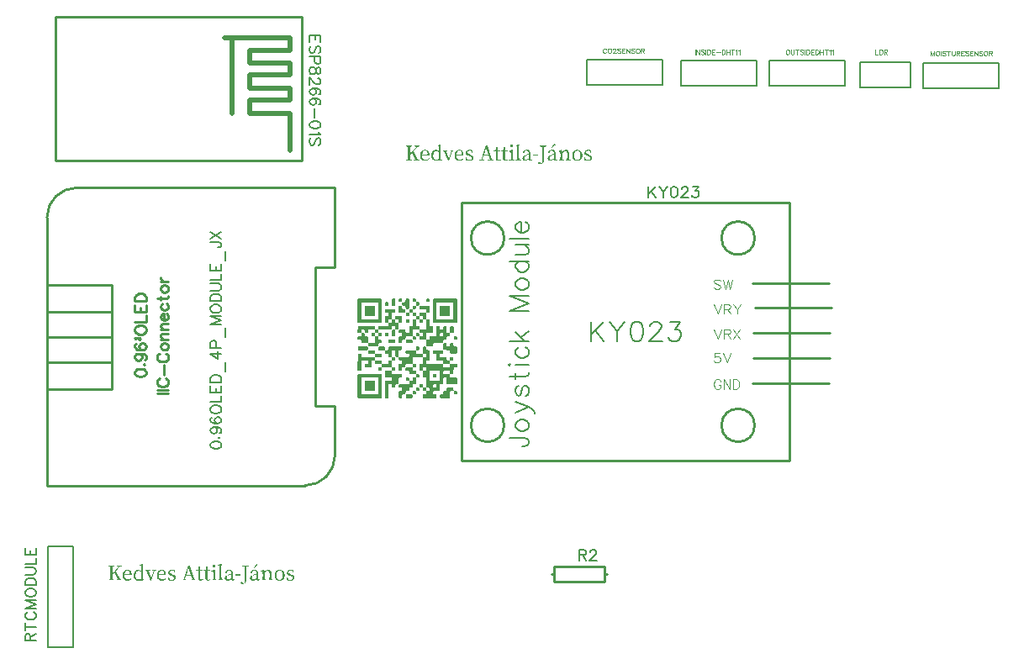
<source format=gto>
G04 Layer: TopSilkscreenLayer*
G04 EasyEDA v6.5.50, 2025-05-10 22:03:40*
G04 3dfc61e0309445a68604fa7064afe25b,ba9dcde3079f4f00b3cbb53a4f6625ee,10*
G04 Gerber Generator version 0.2*
G04 Scale: 100 percent, Rotated: No, Reflected: No *
G04 Dimensions in millimeters *
G04 leading zeros omitted , absolute positions ,4 integer and 5 decimal *
%FSLAX45Y45*%
%MOMM*%

%ADD10C,0.2032*%
%ADD11C,0.1000*%
%ADD12C,0.1524*%
%ADD13C,0.2500*%
%ADD14C,0.2030*%
%ADD15C,0.2540*%
%ADD16C,0.5000*%
%ADD17C,0.0118*%

%LPD*%
G36*
X7240625Y131673D02*
G01*
X7125512Y131622D01*
X7123074Y130556D01*
X7120890Y128219D01*
X7120026Y125933D01*
X7120026Y-72745D01*
X7154722Y-72745D01*
X7154722Y94691D01*
X7156297Y96469D01*
X7157923Y97129D01*
X7324445Y96977D01*
X7326680Y94742D01*
X7326680Y-72745D01*
X7324445Y-74980D01*
X7156958Y-74980D01*
X7154722Y-72745D01*
X7120026Y-72745D01*
X7120026Y-104038D01*
X7121144Y-106629D01*
X7123480Y-108813D01*
X7125766Y-109677D01*
X7355738Y-109677D01*
X7358329Y-108559D01*
X7360513Y-106222D01*
X7361377Y-103936D01*
X7361377Y125933D01*
X7360513Y128219D01*
X7358329Y130556D01*
X7355738Y131673D01*
G37*
G36*
X7470292Y131673D02*
G01*
X7467498Y130149D01*
X7465009Y127152D01*
X7464806Y68173D01*
X7466330Y65379D01*
X7469378Y62941D01*
X7494778Y62941D01*
X7497825Y65379D01*
X7499299Y68173D01*
X7499299Y126237D01*
X7497825Y129032D01*
X7494778Y131470D01*
G37*
G36*
X7539278Y131673D02*
G01*
X7536434Y130149D01*
X7533995Y127152D01*
X7533995Y101752D01*
X7536434Y98704D01*
X7539278Y97180D01*
X7562799Y97180D01*
X7565593Y98704D01*
X7568082Y101752D01*
X7568082Y127152D01*
X7565593Y130149D01*
X7562799Y131673D01*
G37*
G36*
X7608214Y131673D02*
G01*
X7605420Y130149D01*
X7602981Y127152D01*
X7602575Y102260D01*
X7600696Y99263D01*
X7597698Y97383D01*
X7572806Y96977D01*
X7569758Y94538D01*
X7568285Y91744D01*
X7568285Y68173D01*
X7569758Y65379D01*
X7572806Y62941D01*
X7597698Y62534D01*
X7600696Y60655D01*
X7602575Y57658D01*
X7602981Y32766D01*
X7605420Y29718D01*
X7608214Y28194D01*
X7632700Y28448D01*
X7635748Y30886D01*
X7637221Y33680D01*
X7637221Y126237D01*
X7635748Y129032D01*
X7632700Y131470D01*
G37*
G36*
X7677200Y131673D02*
G01*
X7674356Y130149D01*
X7671917Y127152D01*
X7671917Y101752D01*
X7674356Y98704D01*
X7677200Y97180D01*
X7700721Y97180D01*
X7703566Y98704D01*
X7706004Y101752D01*
X7706004Y127152D01*
X7703566Y130149D01*
X7700721Y131673D01*
G37*
G36*
X7815122Y131673D02*
G01*
X7812278Y130149D01*
X7809839Y127152D01*
X7809839Y101752D01*
X7812278Y98704D01*
X7815122Y97180D01*
X7838643Y97180D01*
X7841488Y98704D01*
X7843926Y101752D01*
X7843926Y127152D01*
X7841488Y130149D01*
X7838643Y131673D01*
G37*
G36*
X7999222Y131673D02*
G01*
X7884058Y131622D01*
X7881670Y130556D01*
X7879486Y128219D01*
X7878622Y125933D01*
X7878622Y-72745D01*
X7913268Y-72745D01*
X7913268Y94691D01*
X7914894Y96469D01*
X7916519Y97129D01*
X8083042Y96977D01*
X8085277Y94742D01*
X8085277Y-72745D01*
X8083042Y-74980D01*
X7915554Y-74980D01*
X7913268Y-72745D01*
X7878622Y-72745D01*
X7878622Y-104038D01*
X7879740Y-106629D01*
X7882077Y-108813D01*
X7884363Y-109677D01*
X8114334Y-109677D01*
X8116925Y-108559D01*
X8119109Y-106222D01*
X8119973Y-103936D01*
X8119973Y125933D01*
X8119109Y128219D01*
X8116925Y130556D01*
X8114334Y131673D01*
G37*
G36*
X7401306Y97180D02*
G01*
X7398512Y95707D01*
X7396073Y92659D01*
X7396073Y67259D01*
X7398512Y64211D01*
X7401306Y62738D01*
X7424877Y62738D01*
X7427671Y64211D01*
X7430160Y67259D01*
X7430160Y92659D01*
X7427671Y95707D01*
X7424877Y97180D01*
G37*
G36*
X7711643Y97180D02*
G01*
X7708849Y95707D01*
X7706410Y92659D01*
X7706410Y67259D01*
X7708849Y64211D01*
X7711643Y62738D01*
X7735214Y62738D01*
X7738008Y64211D01*
X7740497Y67259D01*
X7740497Y92659D01*
X7738008Y95707D01*
X7735214Y97180D01*
G37*
G36*
X7286955Y62738D02*
G01*
X7194448Y62687D01*
X7192009Y61620D01*
X7189825Y59283D01*
X7188962Y56997D01*
X7188962Y-35052D01*
X7190079Y-37693D01*
X7192416Y-39878D01*
X7194702Y-40741D01*
X7286955Y-40741D01*
X7289749Y-39217D01*
X7292238Y-36169D01*
X7292238Y58166D01*
X7289749Y61214D01*
G37*
G36*
X7539278Y62738D02*
G01*
X7536434Y61214D01*
X7533995Y58166D01*
X7533995Y-1727D01*
X7536434Y-4724D01*
X7539278Y-6248D01*
X7597292Y-6248D01*
X7600086Y-4724D01*
X7602575Y-1727D01*
X7602778Y22758D01*
X7601254Y25552D01*
X7598206Y28041D01*
X7573365Y28448D01*
X7570368Y30327D01*
X7568488Y33324D01*
X7568082Y58166D01*
X7565593Y61214D01*
X7562799Y62738D01*
G37*
G36*
X7677200Y62738D02*
G01*
X7674356Y61214D01*
X7671917Y58166D01*
X7671917Y32766D01*
X7674356Y29718D01*
X7677200Y28244D01*
X7700721Y28244D01*
X7703566Y29718D01*
X7706004Y32766D01*
X7706004Y58166D01*
X7703566Y61214D01*
X7700721Y62738D01*
G37*
G36*
X7746136Y62738D02*
G01*
X7743342Y61214D01*
X7740903Y58166D01*
X7740650Y33731D01*
X7742174Y30886D01*
X7745222Y28448D01*
X7804556Y28041D01*
X7807553Y26162D01*
X7809433Y23164D01*
X7809839Y-1727D01*
X7812278Y-4724D01*
X7815122Y-6248D01*
X7839608Y-6045D01*
X7842605Y-3606D01*
X7844129Y-762D01*
X7843926Y58166D01*
X7841488Y61214D01*
X7838643Y62738D01*
G37*
G36*
X8045551Y62738D02*
G01*
X7953044Y62687D01*
X7950606Y61620D01*
X7948422Y59283D01*
X7947558Y56997D01*
X7947558Y-35052D01*
X7948675Y-37693D01*
X7951012Y-39878D01*
X7953298Y-40741D01*
X8045551Y-40741D01*
X8048345Y-39217D01*
X8050834Y-36169D01*
X8050834Y58166D01*
X8048345Y61214D01*
G37*
G36*
X7401306Y28244D02*
G01*
X7398512Y26720D01*
X7396073Y23672D01*
X7395870Y-762D01*
X7397394Y-3606D01*
X7400391Y-6045D01*
X7425283Y-6451D01*
X7428280Y-8331D01*
X7430160Y-11328D01*
X7430160Y-35661D01*
X7428280Y-38658D01*
X7425283Y-40538D01*
X7400391Y-40944D01*
X7397394Y-43383D01*
X7395870Y-46177D01*
X7395870Y-104241D01*
X7397394Y-107035D01*
X7400391Y-109474D01*
X7424877Y-109728D01*
X7427671Y-108204D01*
X7430160Y-105156D01*
X7430566Y-80264D01*
X7432395Y-77266D01*
X7435443Y-75438D01*
X7460183Y-74980D01*
X7462774Y-73152D01*
X7464602Y-70561D01*
X7465009Y-11328D01*
X7466888Y-8331D01*
X7469886Y-6451D01*
X7494778Y-6045D01*
X7497825Y-3606D01*
X7499350Y-762D01*
X7499096Y23672D01*
X7496657Y26720D01*
X7493863Y28244D01*
G37*
G36*
X7642707Y28244D02*
G01*
X7639913Y26720D01*
X7637424Y23672D01*
X7637424Y-1727D01*
X7639913Y-4724D01*
X7642707Y-6248D01*
X7666278Y-6248D01*
X7669072Y-4724D01*
X7671511Y-1727D01*
X7671511Y23672D01*
X7669072Y26720D01*
X7666278Y28244D01*
G37*
G36*
X7608214Y-6248D02*
G01*
X7605420Y-7772D01*
X7602981Y-10769D01*
X7602981Y-36169D01*
X7605420Y-39217D01*
X7608214Y-40741D01*
X7631785Y-40741D01*
X7634579Y-39217D01*
X7637018Y-36169D01*
X7637018Y-10769D01*
X7634579Y-7772D01*
X7631785Y-6248D01*
G37*
G36*
X7677200Y-6248D02*
G01*
X7674356Y-7772D01*
X7671917Y-10769D01*
X7671917Y-36169D01*
X7674356Y-39217D01*
X7677200Y-40741D01*
X7700721Y-40741D01*
X7703566Y-39217D01*
X7706004Y-36169D01*
X7706004Y-10769D01*
X7703566Y-7772D01*
X7700721Y-6248D01*
G37*
G36*
X7746136Y-6248D02*
G01*
X7743342Y-7772D01*
X7740903Y-10769D01*
X7740650Y-35255D01*
X7742174Y-38049D01*
X7745222Y-40538D01*
X7770114Y-40944D01*
X7773111Y-42773D01*
X7774940Y-45821D01*
X7775346Y-70662D01*
X7777835Y-73710D01*
X7780629Y-75234D01*
X7805115Y-74980D01*
X7808163Y-72542D01*
X7809636Y-69748D01*
X7809636Y-11734D01*
X7808163Y-8890D01*
X7805115Y-6451D01*
G37*
G36*
X7504785Y-40741D02*
G01*
X7501991Y-42214D01*
X7499502Y-45262D01*
X7499299Y-69748D01*
X7500823Y-72542D01*
X7503820Y-74980D01*
X7528712Y-75438D01*
X7531709Y-77266D01*
X7533589Y-80264D01*
X7533995Y-105156D01*
X7536434Y-108204D01*
X7539278Y-109728D01*
X7563713Y-109474D01*
X7566761Y-107035D01*
X7568285Y-104241D01*
X7568285Y-46177D01*
X7566761Y-43383D01*
X7563713Y-40944D01*
G37*
G36*
X7711643Y-40741D02*
G01*
X7708849Y-42214D01*
X7706410Y-45262D01*
X7706410Y-70662D01*
X7708849Y-73710D01*
X7711643Y-75184D01*
X7735214Y-75184D01*
X7738008Y-73710D01*
X7740497Y-70662D01*
X7740497Y-45262D01*
X7738008Y-42214D01*
X7735214Y-40741D01*
G37*
G36*
X7470292Y-75184D02*
G01*
X7467498Y-76708D01*
X7465009Y-79756D01*
X7464602Y-104597D01*
X7462774Y-107645D01*
X7459776Y-109474D01*
X7435037Y-109880D01*
X7432395Y-111760D01*
X7430566Y-114350D01*
X7430160Y-139090D01*
X7428280Y-142087D01*
X7425283Y-143967D01*
X7331456Y-144373D01*
X7328408Y-146812D01*
X7326884Y-149656D01*
X7327087Y-174142D01*
X7329576Y-177139D01*
X7332370Y-178663D01*
X7459370Y-178663D01*
X7462164Y-177139D01*
X7464602Y-174142D01*
X7465009Y-149250D01*
X7466888Y-146253D01*
X7469886Y-144373D01*
X7494219Y-144373D01*
X7497267Y-146253D01*
X7499096Y-149250D01*
X7499502Y-174142D01*
X7501991Y-177139D01*
X7504785Y-178663D01*
X7529271Y-178460D01*
X7532268Y-176022D01*
X7533792Y-173177D01*
X7533792Y-115163D01*
X7532268Y-112369D01*
X7529271Y-109880D01*
X7504379Y-109474D01*
X7501381Y-107645D01*
X7499502Y-104597D01*
X7499096Y-79756D01*
X7496657Y-76708D01*
X7493863Y-75184D01*
G37*
G36*
X7608214Y-75184D02*
G01*
X7605420Y-76708D01*
X7602981Y-79756D01*
X7602981Y-105156D01*
X7605420Y-108204D01*
X7608214Y-109677D01*
X7631785Y-109677D01*
X7634579Y-108204D01*
X7637018Y-105156D01*
X7637018Y-79756D01*
X7634579Y-76708D01*
X7631785Y-75184D01*
G37*
G36*
X7677200Y-75184D02*
G01*
X7674356Y-76708D01*
X7671917Y-79756D01*
X7671511Y-139090D01*
X7669631Y-142087D01*
X7666634Y-143967D01*
X7641894Y-144373D01*
X7639303Y-146253D01*
X7637424Y-148844D01*
X7637018Y-208076D01*
X7635189Y-211074D01*
X7632192Y-212953D01*
X7607808Y-212953D01*
X7604810Y-211074D01*
X7602981Y-208076D01*
X7602575Y-183184D01*
X7600086Y-180136D01*
X7597292Y-178663D01*
X7539278Y-178663D01*
X7536434Y-180136D01*
X7533995Y-183184D01*
X7533792Y-207670D01*
X7535316Y-210464D01*
X7538313Y-212953D01*
X7563205Y-213360D01*
X7566202Y-215188D01*
X7568082Y-218186D01*
X7568082Y-242519D01*
X7566202Y-245567D01*
X7563205Y-247396D01*
X7538313Y-247802D01*
X7535316Y-250291D01*
X7533792Y-253085D01*
X7533792Y-311099D01*
X7535316Y-313944D01*
X7538313Y-316382D01*
X7562799Y-316585D01*
X7565593Y-315061D01*
X7568082Y-312064D01*
X7568488Y-287172D01*
X7570368Y-284175D01*
X7573365Y-282295D01*
X7598105Y-281889D01*
X7600696Y-280060D01*
X7602575Y-277418D01*
X7602981Y-252679D01*
X7604810Y-249682D01*
X7607808Y-247802D01*
X7667040Y-247396D01*
X7669631Y-245567D01*
X7671511Y-242976D01*
X7671917Y-183743D01*
X7673797Y-180746D01*
X7676794Y-178866D01*
X7736128Y-178460D01*
X7739176Y-176022D01*
X7740700Y-173177D01*
X7740700Y-149656D01*
X7739176Y-146812D01*
X7736128Y-144373D01*
X7711287Y-143967D01*
X7708290Y-142087D01*
X7706410Y-139090D01*
X7706004Y-79756D01*
X7703566Y-76708D01*
X7700721Y-75184D01*
G37*
G36*
X7746136Y-75184D02*
G01*
X7743342Y-76708D01*
X7740903Y-79756D01*
X7740903Y-105156D01*
X7743342Y-108204D01*
X7746136Y-109677D01*
X7769707Y-109677D01*
X7772501Y-108204D01*
X7774940Y-105156D01*
X7774940Y-79756D01*
X7772501Y-76708D01*
X7769707Y-75184D01*
G37*
G36*
X7815122Y-75184D02*
G01*
X7812278Y-76708D01*
X7809839Y-79756D01*
X7809433Y-173583D01*
X7807553Y-176580D01*
X7804556Y-178460D01*
X7745222Y-178866D01*
X7742174Y-181305D01*
X7740700Y-184099D01*
X7740700Y-207670D01*
X7742174Y-210464D01*
X7745222Y-212953D01*
X7770114Y-213360D01*
X7773111Y-215188D01*
X7774940Y-218186D01*
X7774940Y-242519D01*
X7773111Y-245567D01*
X7770114Y-247396D01*
X7745222Y-247802D01*
X7742174Y-250291D01*
X7740650Y-253085D01*
X7740903Y-277571D01*
X7743342Y-280568D01*
X7746136Y-282092D01*
X7804200Y-282092D01*
X7806994Y-280568D01*
X7809433Y-277571D01*
X7809839Y-218186D01*
X7811719Y-215188D01*
X7814716Y-213360D01*
X7874050Y-212953D01*
X7877098Y-210464D01*
X7878622Y-207670D01*
X7878622Y-149656D01*
X7877098Y-146812D01*
X7874050Y-144373D01*
X7849209Y-143967D01*
X7846212Y-142087D01*
X7844332Y-139090D01*
X7843926Y-79756D01*
X7841488Y-76708D01*
X7838643Y-75184D01*
G37*
G36*
X7125462Y-144170D02*
G01*
X7122668Y-145694D01*
X7120229Y-148691D01*
X7120026Y-207670D01*
X7121499Y-210464D01*
X7124547Y-212953D01*
X7149033Y-213156D01*
X7151827Y-211632D01*
X7154316Y-208584D01*
X7154722Y-183743D01*
X7156551Y-180746D01*
X7159548Y-178866D01*
X7183932Y-178866D01*
X7186930Y-180746D01*
X7188758Y-183743D01*
X7189165Y-208584D01*
X7191654Y-211632D01*
X7194448Y-213156D01*
X7217968Y-213156D01*
X7220813Y-211632D01*
X7223252Y-208584D01*
X7223658Y-183743D01*
X7225538Y-180746D01*
X7228535Y-178866D01*
X7287869Y-178460D01*
X7290917Y-176022D01*
X7292441Y-173177D01*
X7292238Y-148691D01*
X7289749Y-145694D01*
X7286955Y-144170D01*
G37*
G36*
X7918551Y-144170D02*
G01*
X7915757Y-145694D01*
X7913268Y-148691D01*
X7912959Y-220065D01*
X7947507Y-220065D01*
X7948422Y-216763D01*
X7951216Y-213969D01*
X7953857Y-213207D01*
X7976971Y-213360D01*
X7979968Y-215188D01*
X7981848Y-218186D01*
X7981848Y-242519D01*
X7979968Y-245567D01*
X7976971Y-247396D01*
X7952638Y-247396D01*
X7949641Y-245567D01*
X7947761Y-242519D01*
X7947507Y-220065D01*
X7912959Y-220065D01*
X7912862Y-242519D01*
X7911033Y-245567D01*
X7908036Y-247396D01*
X7848803Y-247802D01*
X7846161Y-249682D01*
X7844332Y-252272D01*
X7843926Y-277012D01*
X7842046Y-280009D01*
X7839049Y-281889D01*
X7814157Y-282295D01*
X7811160Y-284734D01*
X7809636Y-287578D01*
X7809839Y-346506D01*
X7812278Y-349554D01*
X7815122Y-351078D01*
X7873136Y-351078D01*
X7875930Y-349554D01*
X7878419Y-346506D01*
X7878825Y-321665D01*
X7880654Y-318668D01*
X7883702Y-316788D01*
X7977378Y-316382D01*
X7979968Y-314502D01*
X7981848Y-311912D01*
X7982254Y-287172D01*
X7984134Y-284175D01*
X7987131Y-282295D01*
X8011871Y-281889D01*
X8014462Y-280060D01*
X8016341Y-277418D01*
X8016748Y-252679D01*
X8018627Y-249682D01*
X8021624Y-247802D01*
X8046466Y-247396D01*
X8049514Y-244957D01*
X8051038Y-242163D01*
X8051038Y-218592D01*
X8049514Y-215798D01*
X8046466Y-213360D01*
X8021624Y-212953D01*
X8018627Y-211074D01*
X8016748Y-208076D01*
X8016341Y-148691D01*
X8013852Y-145694D01*
X8011058Y-144170D01*
X7987538Y-144170D01*
X7984693Y-145694D01*
X7982254Y-148691D01*
X7981848Y-173583D01*
X7979968Y-176580D01*
X7976971Y-178460D01*
X7952638Y-178460D01*
X7949641Y-176580D01*
X7947761Y-173583D01*
X7947355Y-148691D01*
X7944916Y-145694D01*
X7942122Y-144170D01*
G37*
G36*
X8056473Y-144170D02*
G01*
X8053679Y-145694D01*
X8051241Y-148691D01*
X8050987Y-207670D01*
X8052511Y-210464D01*
X8055559Y-212953D01*
X8080959Y-212953D01*
X8084007Y-210464D01*
X8085480Y-207670D01*
X8085480Y-149656D01*
X8084007Y-146812D01*
X8080959Y-144373D01*
G37*
G36*
X7470292Y-178612D02*
G01*
X7467498Y-180136D01*
X7465009Y-183184D01*
X7464806Y-242163D01*
X7466330Y-244957D01*
X7469378Y-247396D01*
X7494778Y-247396D01*
X7497825Y-244957D01*
X7499299Y-242163D01*
X7499299Y-184099D01*
X7497825Y-181305D01*
X7494778Y-178866D01*
G37*
G36*
X7297877Y-178663D02*
G01*
X7295083Y-180136D01*
X7292644Y-183184D01*
X7292644Y-208584D01*
X7295083Y-211632D01*
X7297877Y-213156D01*
X7321448Y-213156D01*
X7324242Y-211632D01*
X7326680Y-208584D01*
X7326680Y-183184D01*
X7324242Y-180136D01*
X7321448Y-178663D01*
G37*
G36*
X7159955Y-213156D02*
G01*
X7157161Y-214629D01*
X7154722Y-217678D01*
X7154316Y-242519D01*
X7152436Y-245567D01*
X7149439Y-247396D01*
X7124547Y-247802D01*
X7121499Y-250291D01*
X7120026Y-253085D01*
X7120026Y-276656D01*
X7121499Y-279450D01*
X7124547Y-281889D01*
X7149439Y-282295D01*
X7152436Y-284175D01*
X7154316Y-287172D01*
X7154722Y-312064D01*
X7157161Y-315061D01*
X7159955Y-316585D01*
X7218934Y-316382D01*
X7221931Y-313944D01*
X7223455Y-311099D01*
X7223455Y-253085D01*
X7221931Y-250291D01*
X7218934Y-247802D01*
X7194042Y-247396D01*
X7191044Y-245567D01*
X7189165Y-242519D01*
X7188758Y-217678D01*
X7186320Y-214629D01*
X7183526Y-213156D01*
G37*
G36*
X7263384Y-213156D02*
G01*
X7260590Y-214629D01*
X7258151Y-217678D01*
X7258151Y-243078D01*
X7260590Y-246125D01*
X7263384Y-247599D01*
X7286955Y-247599D01*
X7289749Y-246125D01*
X7292238Y-243078D01*
X7292238Y-217678D01*
X7289749Y-214629D01*
X7286955Y-213156D01*
G37*
G36*
X7332370Y-213156D02*
G01*
X7329576Y-214629D01*
X7327087Y-217678D01*
X7327087Y-243078D01*
X7329576Y-246125D01*
X7332370Y-247599D01*
X7355941Y-247599D01*
X7358735Y-246125D01*
X7361174Y-243078D01*
X7361174Y-217678D01*
X7358735Y-214629D01*
X7355941Y-213156D01*
G37*
G36*
X7401306Y-213156D02*
G01*
X7398512Y-214629D01*
X7396073Y-217678D01*
X7396073Y-243078D01*
X7398512Y-246125D01*
X7401306Y-247599D01*
X7424877Y-247599D01*
X7427671Y-246125D01*
X7430160Y-243078D01*
X7430160Y-217678D01*
X7427671Y-214629D01*
X7424877Y-213156D01*
G37*
G36*
X7711643Y-213156D02*
G01*
X7708849Y-214629D01*
X7706410Y-217678D01*
X7706410Y-243078D01*
X7708849Y-246125D01*
X7711643Y-247599D01*
X7735214Y-247599D01*
X7738008Y-246125D01*
X7740497Y-243078D01*
X7740497Y-217678D01*
X7738008Y-214629D01*
X7735214Y-213156D01*
G37*
G36*
X7297877Y-247599D02*
G01*
X7295083Y-249123D01*
X7292644Y-252171D01*
X7292238Y-311505D01*
X7290358Y-314502D01*
X7287361Y-316382D01*
X7227976Y-316788D01*
X7224979Y-319227D01*
X7223455Y-322072D01*
X7223658Y-346506D01*
X7226096Y-349554D01*
X7228941Y-351078D01*
X7321448Y-351078D01*
X7324242Y-349554D01*
X7326680Y-346506D01*
X7327087Y-321665D01*
X7328966Y-318668D01*
X7331964Y-316788D01*
X7356856Y-316382D01*
X7359903Y-313944D01*
X7361377Y-311099D01*
X7361377Y-287578D01*
X7359903Y-284734D01*
X7356856Y-282295D01*
X7331964Y-281889D01*
X7328966Y-280009D01*
X7327087Y-277012D01*
X7326680Y-252171D01*
X7324242Y-249123D01*
X7321448Y-247599D01*
G37*
G36*
X7677200Y-247599D02*
G01*
X7674356Y-249123D01*
X7671917Y-252171D01*
X7671917Y-277571D01*
X7674356Y-280568D01*
X7677200Y-282092D01*
X7700721Y-282092D01*
X7703566Y-280568D01*
X7706004Y-277571D01*
X7706004Y-252171D01*
X7703566Y-249123D01*
X7700721Y-247599D01*
G37*
G36*
X8090966Y-247599D02*
G01*
X8088172Y-249123D01*
X8085683Y-252171D01*
X8085683Y-277571D01*
X8088172Y-280568D01*
X8090966Y-282092D01*
X8114538Y-282092D01*
X8117331Y-280568D01*
X8119770Y-277571D01*
X8119770Y-252171D01*
X8117331Y-249123D01*
X8114538Y-247599D01*
G37*
G36*
X7435799Y-282092D02*
G01*
X7433005Y-283616D01*
X7430566Y-286613D01*
X7430566Y-312064D01*
X7433005Y-315061D01*
X7435799Y-316585D01*
X7493863Y-316585D01*
X7496657Y-315061D01*
X7499096Y-312064D01*
X7499096Y-286613D01*
X7496657Y-283616D01*
X7493863Y-282092D01*
G37*
G36*
X7608214Y-282092D02*
G01*
X7605420Y-283616D01*
X7602981Y-286613D01*
X7602981Y-312064D01*
X7605420Y-315061D01*
X7608214Y-316585D01*
X7666278Y-316585D01*
X7669072Y-315061D01*
X7671511Y-312064D01*
X7671511Y-286613D01*
X7669072Y-283616D01*
X7666278Y-282092D01*
G37*
G36*
X7987538Y-316585D02*
G01*
X7984693Y-318109D01*
X7982254Y-321106D01*
X7982051Y-380085D01*
X7983575Y-382879D01*
X7986572Y-385318D01*
X8045958Y-385724D01*
X8048955Y-387604D01*
X8050834Y-390601D01*
X8051241Y-415493D01*
X8053679Y-418490D01*
X8056473Y-420014D01*
X8114538Y-420014D01*
X8117331Y-418490D01*
X8119770Y-415493D01*
X8119973Y-356514D01*
X8118449Y-353720D01*
X8115452Y-351282D01*
X8090560Y-350875D01*
X8087563Y-348996D01*
X8085683Y-345998D01*
X8085277Y-321106D01*
X8082838Y-318109D01*
X8080044Y-316585D01*
X8056473Y-316585D01*
X8053679Y-318109D01*
X8051241Y-321106D01*
X8050834Y-345998D01*
X8048955Y-348996D01*
X8045958Y-350875D01*
X8021624Y-350875D01*
X8018627Y-348996D01*
X8016748Y-345998D01*
X8016341Y-321106D01*
X8013852Y-318109D01*
X8011058Y-316585D01*
G37*
G36*
X7125462Y-351078D02*
G01*
X7122668Y-352552D01*
X7120229Y-355600D01*
X7120229Y-381000D01*
X7122668Y-384048D01*
X7125462Y-385521D01*
X7217968Y-385521D01*
X7220813Y-384048D01*
X7223252Y-381000D01*
X7223252Y-355600D01*
X7220813Y-352552D01*
X7217968Y-351078D01*
G37*
G36*
X7332370Y-351078D02*
G01*
X7329576Y-352552D01*
X7327087Y-355600D01*
X7327087Y-381000D01*
X7329576Y-384048D01*
X7332370Y-385521D01*
X7390384Y-385521D01*
X7393228Y-384048D01*
X7395667Y-381000D01*
X7395667Y-355600D01*
X7393228Y-352552D01*
X7390384Y-351078D01*
G37*
G36*
X7435799Y-351078D02*
G01*
X7433005Y-352552D01*
X7430566Y-355600D01*
X7430160Y-380492D01*
X7428280Y-383489D01*
X7425283Y-385318D01*
X7400391Y-385724D01*
X7397394Y-388213D01*
X7395870Y-391007D01*
X7395870Y-414578D01*
X7397394Y-417372D01*
X7400391Y-419811D01*
X7425283Y-420217D01*
X7428280Y-422097D01*
X7430160Y-425094D01*
X7430566Y-449986D01*
X7433005Y-452983D01*
X7435799Y-454507D01*
X7459370Y-454507D01*
X7462164Y-452983D01*
X7464602Y-449986D01*
X7465009Y-390601D01*
X7466888Y-387604D01*
X7469886Y-385724D01*
X7494219Y-385724D01*
X7497267Y-387604D01*
X7499096Y-390601D01*
X7499502Y-449986D01*
X7501991Y-452983D01*
X7504785Y-454507D01*
X7528306Y-454507D01*
X7531150Y-452983D01*
X7533589Y-449986D01*
X7533995Y-390601D01*
X7535875Y-387604D01*
X7538872Y-385724D01*
X7563713Y-385318D01*
X7566761Y-382879D01*
X7568285Y-380085D01*
X7568082Y-355600D01*
X7565593Y-352552D01*
X7562799Y-351078D01*
G37*
G36*
X7711643Y-351078D02*
G01*
X7708849Y-352552D01*
X7706410Y-355600D01*
X7706410Y-381000D01*
X7708849Y-384048D01*
X7711643Y-385521D01*
X7735214Y-385521D01*
X7738008Y-384048D01*
X7740497Y-381000D01*
X7740497Y-355600D01*
X7738008Y-352552D01*
X7735214Y-351078D01*
G37*
G36*
X7780629Y-351078D02*
G01*
X7777835Y-352552D01*
X7775346Y-355600D01*
X7775143Y-414528D01*
X7776667Y-417372D01*
X7779715Y-419811D01*
X7804556Y-420217D01*
X7807553Y-422097D01*
X7809433Y-425094D01*
X7809433Y-449427D01*
X7807553Y-452424D01*
X7804556Y-454304D01*
X7779816Y-454710D01*
X7777225Y-456539D01*
X7775346Y-459181D01*
X7774940Y-518414D01*
X7773111Y-521411D01*
X7770114Y-523240D01*
X7745222Y-523646D01*
X7742174Y-526135D01*
X7740700Y-528929D01*
X7740700Y-586943D01*
X7742174Y-589788D01*
X7745222Y-592226D01*
X7769707Y-592429D01*
X7772501Y-590905D01*
X7774940Y-587908D01*
X7775346Y-563016D01*
X7777225Y-560019D01*
X7780223Y-558139D01*
X7804556Y-558139D01*
X7807553Y-560019D01*
X7809433Y-563016D01*
X7809433Y-587349D01*
X7807553Y-590346D01*
X7804556Y-592226D01*
X7779715Y-592632D01*
X7776667Y-595071D01*
X7775143Y-597916D01*
X7775143Y-599236D01*
X7844129Y-599236D01*
X7844993Y-596087D01*
X7847787Y-593242D01*
X7850428Y-592480D01*
X7942478Y-592632D01*
X7945475Y-594512D01*
X7947355Y-597509D01*
X7947355Y-690778D01*
X7945475Y-693826D01*
X7942478Y-695655D01*
X7849209Y-695655D01*
X7846212Y-693826D01*
X7844332Y-690778D01*
X7844129Y-599236D01*
X7775143Y-599236D01*
X7775143Y-655929D01*
X7776667Y-658723D01*
X7779715Y-661162D01*
X7804556Y-661619D01*
X7807553Y-663448D01*
X7809433Y-666445D01*
X7809740Y-737311D01*
X7878572Y-737311D01*
X7879435Y-734009D01*
X7882280Y-731164D01*
X7884922Y-730402D01*
X7908036Y-730554D01*
X7911033Y-732434D01*
X7912862Y-735431D01*
X7912862Y-759764D01*
X7911033Y-762762D01*
X7908036Y-764641D01*
X7883702Y-764641D01*
X7880654Y-762762D01*
X7878825Y-759764D01*
X7878572Y-737311D01*
X7809740Y-737311D01*
X7809839Y-760171D01*
X7811719Y-762762D01*
X7814309Y-764641D01*
X7839049Y-765048D01*
X7842046Y-766927D01*
X7843926Y-769924D01*
X7843926Y-794258D01*
X7842046Y-797255D01*
X7839049Y-799134D01*
X7814309Y-799541D01*
X7811719Y-801370D01*
X7809839Y-803960D01*
X7809433Y-828700D01*
X7807553Y-831748D01*
X7804556Y-833577D01*
X7779715Y-833983D01*
X7776667Y-836472D01*
X7775143Y-839266D01*
X7775346Y-863752D01*
X7777835Y-866749D01*
X7780629Y-868273D01*
X7907629Y-868273D01*
X7910423Y-866749D01*
X7912862Y-863752D01*
X7913116Y-839266D01*
X7911592Y-836472D01*
X7908544Y-833983D01*
X7883702Y-833577D01*
X7880654Y-831748D01*
X7878825Y-828700D01*
X7878825Y-804367D01*
X7880654Y-801370D01*
X7883702Y-799541D01*
X7942884Y-799134D01*
X7945526Y-797255D01*
X7947355Y-794664D01*
X7947761Y-735431D01*
X7949641Y-732434D01*
X7952638Y-730554D01*
X7977378Y-730148D01*
X7979968Y-728268D01*
X7981848Y-725678D01*
X7982254Y-666445D01*
X7984134Y-663448D01*
X7987131Y-661619D01*
X8011464Y-661619D01*
X8014462Y-663448D01*
X8016341Y-666445D01*
X8016748Y-725830D01*
X8019186Y-728827D01*
X8021980Y-730351D01*
X8114538Y-730351D01*
X8117331Y-728827D01*
X8119770Y-725830D01*
X8119973Y-666851D01*
X8118449Y-664057D01*
X8115452Y-661619D01*
X8056067Y-661162D01*
X8053070Y-659333D01*
X8051241Y-656336D01*
X8050834Y-631596D01*
X8048955Y-628954D01*
X8046364Y-627126D01*
X7987131Y-626719D01*
X7984134Y-624840D01*
X7982254Y-621842D01*
X7982254Y-597509D01*
X7984134Y-594512D01*
X7987131Y-592632D01*
X8045958Y-592632D01*
X8048955Y-594512D01*
X8050834Y-597509D01*
X8051241Y-622350D01*
X8053679Y-625398D01*
X8056473Y-626922D01*
X8080044Y-626922D01*
X8082838Y-625398D01*
X8085277Y-622350D01*
X8085683Y-563016D01*
X8087563Y-560019D01*
X8090560Y-558139D01*
X8115452Y-557733D01*
X8118449Y-555294D01*
X8120024Y-552450D01*
X8119770Y-528015D01*
X8117331Y-524967D01*
X8114538Y-523443D01*
X8056473Y-523443D01*
X8053679Y-524967D01*
X8051241Y-528015D01*
X8050834Y-552856D01*
X8048955Y-555904D01*
X8045958Y-557733D01*
X7987131Y-557733D01*
X7984134Y-555904D01*
X7982254Y-552856D01*
X7981848Y-528116D01*
X7979968Y-525526D01*
X7977378Y-523646D01*
X7814716Y-523240D01*
X7811719Y-521411D01*
X7809839Y-518414D01*
X7809839Y-494080D01*
X7811719Y-491032D01*
X7814716Y-489204D01*
X7839608Y-488797D01*
X7842605Y-486308D01*
X7844129Y-483514D01*
X7844129Y-391007D01*
X7842605Y-388213D01*
X7839608Y-385724D01*
X7814716Y-385318D01*
X7811719Y-383489D01*
X7809839Y-380492D01*
X7809433Y-355600D01*
X7806994Y-352552D01*
X7804200Y-351078D01*
G37*
G36*
X7228941Y-385521D02*
G01*
X7226096Y-387045D01*
X7223658Y-390093D01*
X7223658Y-415493D01*
X7226096Y-418490D01*
X7228941Y-420014D01*
X7286955Y-420014D01*
X7289749Y-418490D01*
X7292238Y-415493D01*
X7292238Y-390093D01*
X7289749Y-387045D01*
X7286955Y-385521D01*
G37*
G36*
X7608214Y-385521D02*
G01*
X7605420Y-387045D01*
X7602981Y-390093D01*
X7602728Y-414528D01*
X7604252Y-417372D01*
X7607300Y-419811D01*
X7632192Y-420217D01*
X7635189Y-422097D01*
X7637018Y-425094D01*
X7637018Y-449427D01*
X7635189Y-452424D01*
X7632192Y-454304D01*
X7538313Y-454710D01*
X7535316Y-457149D01*
X7533792Y-459943D01*
X7533792Y-483514D01*
X7535316Y-486308D01*
X7538313Y-488797D01*
X7563205Y-489204D01*
X7566202Y-491032D01*
X7568082Y-494080D01*
X7568082Y-518414D01*
X7566202Y-521411D01*
X7563205Y-523240D01*
X7538313Y-523646D01*
X7535316Y-526135D01*
X7533792Y-528929D01*
X7533792Y-586943D01*
X7535316Y-589788D01*
X7538313Y-592226D01*
X7562799Y-592429D01*
X7565593Y-590905D01*
X7568082Y-587908D01*
X7568488Y-563016D01*
X7570368Y-560019D01*
X7573365Y-558139D01*
X7598105Y-557733D01*
X7600696Y-555904D01*
X7602575Y-553262D01*
X7602981Y-528523D01*
X7604810Y-525526D01*
X7607808Y-523646D01*
X7667040Y-523240D01*
X7669631Y-521411D01*
X7671511Y-518820D01*
X7671917Y-459587D01*
X7673797Y-456590D01*
X7676794Y-454710D01*
X7770622Y-454304D01*
X7773670Y-451866D01*
X7775143Y-449021D01*
X7775143Y-425500D01*
X7773670Y-422656D01*
X7770622Y-420217D01*
X7711287Y-419811D01*
X7708290Y-417931D01*
X7706410Y-414934D01*
X7706004Y-390093D01*
X7703566Y-387045D01*
X7700721Y-385521D01*
G37*
G36*
X7884058Y-385521D02*
G01*
X7881264Y-387045D01*
X7878825Y-390093D01*
X7878572Y-414528D01*
X7880096Y-417372D01*
X7883144Y-419811D01*
X7908036Y-420217D01*
X7911033Y-422097D01*
X7912862Y-425094D01*
X7913268Y-484327D01*
X7915148Y-486918D01*
X7917738Y-488797D01*
X7976971Y-489204D01*
X7979968Y-491032D01*
X7981848Y-494080D01*
X7982254Y-518922D01*
X7984693Y-521970D01*
X7987538Y-523443D01*
X8045551Y-523443D01*
X8048345Y-521970D01*
X8050834Y-518922D01*
X8051038Y-494487D01*
X8049514Y-491642D01*
X8046466Y-489204D01*
X8021624Y-488797D01*
X8018627Y-486918D01*
X8016748Y-483920D01*
X8016341Y-459181D01*
X8014462Y-456539D01*
X8011871Y-454710D01*
X7952638Y-454304D01*
X7949641Y-452424D01*
X7947761Y-449427D01*
X7947761Y-425094D01*
X7949641Y-422097D01*
X7952638Y-420217D01*
X7977530Y-419811D01*
X7980527Y-417372D01*
X7982051Y-414528D01*
X7981848Y-390093D01*
X7979409Y-387045D01*
X7976565Y-385521D01*
G37*
G36*
X7125462Y-420014D02*
G01*
X7122668Y-421538D01*
X7120229Y-424586D01*
X7120026Y-586943D01*
X7121499Y-589788D01*
X7124547Y-592226D01*
X7149033Y-592429D01*
X7151827Y-590905D01*
X7154316Y-587908D01*
X7154722Y-494080D01*
X7156551Y-491032D01*
X7159548Y-489204D01*
X7218375Y-489204D01*
X7221372Y-491032D01*
X7223252Y-494080D01*
X7223252Y-518414D01*
X7221372Y-521411D01*
X7218375Y-523240D01*
X7193534Y-523646D01*
X7190486Y-526135D01*
X7188962Y-528929D01*
X7189165Y-553415D01*
X7191654Y-556463D01*
X7194448Y-557936D01*
X7252462Y-557936D01*
X7255306Y-556463D01*
X7257745Y-553415D01*
X7258151Y-494080D01*
X7260031Y-491032D01*
X7263028Y-489204D01*
X7287869Y-488797D01*
X7290917Y-486308D01*
X7292441Y-483514D01*
X7292441Y-459943D01*
X7290917Y-457149D01*
X7287869Y-454710D01*
X7159548Y-454304D01*
X7156551Y-452424D01*
X7154722Y-449427D01*
X7154316Y-424535D01*
X7151827Y-421538D01*
X7149033Y-420014D01*
G37*
G36*
X7297877Y-420014D02*
G01*
X7295083Y-421538D01*
X7292644Y-424586D01*
X7292644Y-449986D01*
X7295083Y-452983D01*
X7297877Y-454507D01*
X7355941Y-454507D01*
X7358735Y-452983D01*
X7361174Y-449986D01*
X7361174Y-424586D01*
X7358735Y-421538D01*
X7355941Y-420014D01*
G37*
G36*
X7470292Y-454507D02*
G01*
X7467498Y-456031D01*
X7465009Y-459028D01*
X7465009Y-484428D01*
X7467498Y-487476D01*
X7470292Y-489000D01*
X7493863Y-489000D01*
X7496657Y-487476D01*
X7499096Y-484428D01*
X7499096Y-459028D01*
X7496657Y-456031D01*
X7493863Y-454507D01*
G37*
G36*
X8056473Y-454507D02*
G01*
X8053679Y-456031D01*
X8051241Y-459028D01*
X8051241Y-484428D01*
X8053679Y-487476D01*
X8056473Y-489000D01*
X8080044Y-489000D01*
X8082838Y-487476D01*
X8085277Y-484428D01*
X8085277Y-459028D01*
X8082838Y-456031D01*
X8080044Y-454507D01*
G37*
G36*
X7435799Y-488950D02*
G01*
X7433005Y-490474D01*
X7430566Y-493522D01*
X7430160Y-518414D01*
X7428280Y-521411D01*
X7425283Y-523240D01*
X7365898Y-523646D01*
X7362901Y-526135D01*
X7361377Y-528929D01*
X7361580Y-553415D01*
X7364018Y-556463D01*
X7366863Y-557936D01*
X7459370Y-557936D01*
X7462164Y-556463D01*
X7464602Y-553415D01*
X7464856Y-494487D01*
X7463332Y-491642D01*
X7460284Y-489204D01*
G37*
G36*
X7297877Y-489000D02*
G01*
X7295083Y-490474D01*
X7292644Y-493522D01*
X7292644Y-518922D01*
X7295083Y-521970D01*
X7297877Y-523443D01*
X7355941Y-523443D01*
X7358735Y-521970D01*
X7361174Y-518922D01*
X7361174Y-493522D01*
X7358735Y-490474D01*
X7355941Y-489000D01*
G37*
G36*
X7677200Y-523443D02*
G01*
X7674356Y-524967D01*
X7671917Y-528015D01*
X7671917Y-553415D01*
X7674356Y-556463D01*
X7677200Y-557936D01*
X7700721Y-557936D01*
X7703566Y-556463D01*
X7706004Y-553415D01*
X7706004Y-528015D01*
X7703566Y-524967D01*
X7700721Y-523443D01*
G37*
G36*
X7332370Y-557936D02*
G01*
X7329576Y-559460D01*
X7327087Y-562508D01*
X7327087Y-587908D01*
X7329576Y-590905D01*
X7332370Y-592429D01*
X7355941Y-592429D01*
X7358735Y-590905D01*
X7361174Y-587908D01*
X7361174Y-562508D01*
X7358735Y-559460D01*
X7355941Y-557936D01*
G37*
G36*
X7470292Y-557936D02*
G01*
X7467498Y-559460D01*
X7465009Y-562508D01*
X7465009Y-587908D01*
X7467498Y-590905D01*
X7470292Y-592429D01*
X7493863Y-592429D01*
X7496657Y-590905D01*
X7499096Y-587908D01*
X7499096Y-562508D01*
X7496657Y-559460D01*
X7493863Y-557936D01*
G37*
G36*
X7608214Y-557936D02*
G01*
X7605420Y-559460D01*
X7602981Y-562457D01*
X7602728Y-586943D01*
X7604252Y-589788D01*
X7607300Y-592226D01*
X7632192Y-592632D01*
X7635189Y-594512D01*
X7637018Y-597509D01*
X7637424Y-622350D01*
X7639913Y-625398D01*
X7642707Y-626922D01*
X7700721Y-626922D01*
X7703566Y-625398D01*
X7706004Y-622350D01*
X7706207Y-597916D01*
X7704683Y-595071D01*
X7701686Y-592632D01*
X7676794Y-592226D01*
X7673797Y-590346D01*
X7671917Y-587349D01*
X7671511Y-562457D01*
X7669072Y-559460D01*
X7666278Y-557936D01*
G37*
G36*
X7401306Y-592429D02*
G01*
X7398512Y-593953D01*
X7396073Y-596950D01*
X7395870Y-655929D01*
X7397394Y-658723D01*
X7400391Y-661162D01*
X7459776Y-661619D01*
X7462774Y-663448D01*
X7464602Y-666445D01*
X7464602Y-690778D01*
X7462774Y-693826D01*
X7459776Y-695655D01*
X7400391Y-696061D01*
X7397394Y-698550D01*
X7395870Y-701344D01*
X7395870Y-862837D01*
X7397394Y-865632D01*
X7400391Y-868070D01*
X7424877Y-868273D01*
X7427671Y-866749D01*
X7430160Y-863752D01*
X7430566Y-735431D01*
X7432395Y-732434D01*
X7435443Y-730554D01*
X7459776Y-730554D01*
X7462774Y-732434D01*
X7464602Y-735431D01*
X7465009Y-760272D01*
X7467498Y-763320D01*
X7470292Y-764844D01*
X7493863Y-764844D01*
X7496657Y-763320D01*
X7499096Y-760272D01*
X7499502Y-735431D01*
X7501381Y-732434D01*
X7504379Y-730554D01*
X7529118Y-730148D01*
X7531709Y-728268D01*
X7533589Y-725678D01*
X7533995Y-666445D01*
X7535875Y-663448D01*
X7538872Y-661619D01*
X7563713Y-661162D01*
X7566761Y-658723D01*
X7568285Y-655929D01*
X7568285Y-632358D01*
X7566761Y-629564D01*
X7563713Y-627126D01*
X7469886Y-626719D01*
X7466888Y-624840D01*
X7465009Y-621842D01*
X7464602Y-596950D01*
X7462164Y-593953D01*
X7459370Y-592429D01*
G37*
G36*
X7125512Y-626922D02*
G01*
X7123074Y-628040D01*
X7120890Y-630377D01*
X7120026Y-632663D01*
X7120026Y-831342D01*
X7154722Y-831342D01*
X7154722Y-663905D01*
X7156297Y-662127D01*
X7157923Y-661416D01*
X7324445Y-661619D01*
X7326680Y-663854D01*
X7326680Y-831342D01*
X7324445Y-833577D01*
X7156958Y-833577D01*
X7154722Y-831342D01*
X7120026Y-831342D01*
X7120026Y-862634D01*
X7121144Y-865225D01*
X7123480Y-867410D01*
X7125766Y-868273D01*
X7355738Y-868273D01*
X7358329Y-867156D01*
X7360513Y-864819D01*
X7361377Y-862533D01*
X7361377Y-632663D01*
X7360513Y-630377D01*
X7358329Y-628040D01*
X7355738Y-626922D01*
G37*
G36*
X7711643Y-626922D02*
G01*
X7708849Y-628396D01*
X7706410Y-631444D01*
X7706410Y-656844D01*
X7708849Y-659892D01*
X7711643Y-661416D01*
X7735214Y-661416D01*
X7738008Y-659892D01*
X7740497Y-656844D01*
X7740497Y-631444D01*
X7738008Y-628396D01*
X7735214Y-626922D01*
G37*
G36*
X7884058Y-626922D02*
G01*
X7881264Y-628396D01*
X7878825Y-631444D01*
X7878825Y-656844D01*
X7881264Y-659892D01*
X7884058Y-661416D01*
X7907629Y-661416D01*
X7910423Y-659892D01*
X7912862Y-656844D01*
X7912862Y-631444D01*
X7910423Y-628396D01*
X7907629Y-626922D01*
G37*
G36*
X7677200Y-661365D02*
G01*
X7674356Y-662889D01*
X7671917Y-665937D01*
X7671511Y-690778D01*
X7669631Y-693826D01*
X7666634Y-695655D01*
X7641894Y-696061D01*
X7639303Y-697941D01*
X7637424Y-700532D01*
X7637018Y-725271D01*
X7635189Y-728268D01*
X7632192Y-730148D01*
X7538313Y-730554D01*
X7535316Y-732993D01*
X7533792Y-735838D01*
X7533792Y-759358D01*
X7535316Y-762203D01*
X7538313Y-764641D01*
X7563205Y-765048D01*
X7566202Y-766927D01*
X7568082Y-769924D01*
X7568082Y-794258D01*
X7566202Y-797255D01*
X7563205Y-799134D01*
X7538313Y-799541D01*
X7535316Y-801979D01*
X7533792Y-804773D01*
X7533792Y-862837D01*
X7535316Y-865632D01*
X7538313Y-868070D01*
X7562799Y-868273D01*
X7565593Y-866749D01*
X7568082Y-863752D01*
X7568488Y-838860D01*
X7570368Y-835863D01*
X7573365Y-833983D01*
X7598105Y-833577D01*
X7600696Y-831748D01*
X7602575Y-829157D01*
X7602981Y-804367D01*
X7604810Y-801370D01*
X7607808Y-799541D01*
X7632547Y-799134D01*
X7635189Y-797255D01*
X7637018Y-794664D01*
X7637424Y-769924D01*
X7639303Y-766927D01*
X7642301Y-765048D01*
X7667040Y-764641D01*
X7669631Y-762762D01*
X7671511Y-760171D01*
X7671917Y-735431D01*
X7673797Y-732434D01*
X7676794Y-730554D01*
X7701686Y-730148D01*
X7704683Y-727710D01*
X7706207Y-724916D01*
X7706207Y-666851D01*
X7704683Y-664057D01*
X7701686Y-661619D01*
G37*
G36*
X7608214Y-661416D02*
G01*
X7605420Y-662889D01*
X7602981Y-665937D01*
X7602981Y-691337D01*
X7605420Y-694385D01*
X7608214Y-695858D01*
X7631785Y-695858D01*
X7634579Y-694385D01*
X7637018Y-691337D01*
X7637018Y-665937D01*
X7634579Y-662889D01*
X7631785Y-661416D01*
G37*
G36*
X7286955Y-695858D02*
G01*
X7194448Y-695909D01*
X7192009Y-696976D01*
X7189825Y-699312D01*
X7188962Y-701598D01*
X7188962Y-793648D01*
X7190079Y-796290D01*
X7192416Y-798474D01*
X7194702Y-799338D01*
X7286955Y-799338D01*
X7289749Y-797814D01*
X7292238Y-794766D01*
X7292238Y-700430D01*
X7289749Y-697382D01*
G37*
G36*
X7746136Y-730351D02*
G01*
X7743342Y-731875D01*
X7740903Y-734872D01*
X7740903Y-760272D01*
X7743342Y-763320D01*
X7746136Y-764844D01*
X7769707Y-764844D01*
X7772501Y-763320D01*
X7774940Y-760272D01*
X7774940Y-734872D01*
X7772501Y-731875D01*
X7769707Y-730351D01*
G37*
G36*
X7711643Y-764844D02*
G01*
X7708849Y-766318D01*
X7706410Y-769366D01*
X7706410Y-794766D01*
X7708849Y-797814D01*
X7711643Y-799338D01*
X7735214Y-799338D01*
X7738008Y-797814D01*
X7740497Y-794766D01*
X7740497Y-769366D01*
X7738008Y-766318D01*
X7735214Y-764844D01*
G37*
G36*
X7780629Y-764844D02*
G01*
X7777835Y-766318D01*
X7775346Y-769366D01*
X7775346Y-794766D01*
X7777835Y-797814D01*
X7780629Y-799338D01*
X7804200Y-799338D01*
X7806994Y-797814D01*
X7809433Y-794766D01*
X7809433Y-769366D01*
X7806994Y-766318D01*
X7804200Y-764844D01*
G37*
G36*
X8021980Y-764844D02*
G01*
X8019186Y-766318D01*
X8016748Y-769366D01*
X8016341Y-794258D01*
X8014462Y-797255D01*
X8011464Y-799134D01*
X7986725Y-799541D01*
X7984134Y-801370D01*
X7982254Y-803960D01*
X7981848Y-828700D01*
X7979968Y-831748D01*
X7976971Y-833577D01*
X7952130Y-833983D01*
X7949082Y-836472D01*
X7947558Y-839266D01*
X7947761Y-863752D01*
X7950250Y-866749D01*
X7953044Y-868273D01*
X8045551Y-868273D01*
X8048345Y-866749D01*
X8050834Y-863752D01*
X8051241Y-804367D01*
X8053070Y-801370D01*
X8056067Y-799541D01*
X8080959Y-799134D01*
X8084007Y-796645D01*
X8085531Y-793851D01*
X8085277Y-769366D01*
X8082838Y-766318D01*
X8080044Y-764844D01*
G37*
G36*
X7677200Y-799338D02*
G01*
X7674356Y-800811D01*
X7671917Y-803859D01*
X7671917Y-829259D01*
X7674356Y-832307D01*
X7677200Y-833780D01*
X7700721Y-833780D01*
X7703566Y-832307D01*
X7706004Y-829259D01*
X7706004Y-803859D01*
X7703566Y-800811D01*
X7700721Y-799338D01*
G37*
G36*
X8090966Y-799338D02*
G01*
X8088172Y-800811D01*
X8085683Y-803859D01*
X8085683Y-829259D01*
X8088172Y-832307D01*
X8090966Y-833780D01*
X8114538Y-833780D01*
X8117331Y-832307D01*
X8119770Y-829259D01*
X8119770Y-803859D01*
X8117331Y-800811D01*
X8114538Y-799338D01*
G37*
G36*
X7608214Y-833780D02*
G01*
X7605420Y-835304D01*
X7602981Y-838352D01*
X7602981Y-863752D01*
X7605420Y-866749D01*
X7608214Y-868273D01*
X7666278Y-868273D01*
X7669072Y-866749D01*
X7671511Y-863752D01*
X7671511Y-838352D01*
X7669072Y-835304D01*
X7666278Y-833780D01*
G37*
G36*
X6105144Y-2536698D02*
G01*
X6102146Y-2537155D01*
X6099251Y-2538730D01*
X6096304Y-2541625D01*
X6093206Y-2546096D01*
X6083249Y-2561793D01*
X6073902Y-2577084D01*
X6078474Y-2580640D01*
X6105398Y-2557018D01*
X6109309Y-2553208D01*
X6111697Y-2550109D01*
X6112916Y-2547467D01*
X6113272Y-2545080D01*
X6112560Y-2541320D01*
X6110732Y-2538679D01*
X6108141Y-2537206D01*
G37*
G36*
X4956810Y-2540508D02*
G01*
X4922520Y-2549906D01*
X4922520Y-2556510D01*
X4941316Y-2558288D01*
X4941316Y-2611120D01*
X4934204Y-2604160D01*
X4926939Y-2599690D01*
X4919522Y-2597353D01*
X4911852Y-2596642D01*
X4906822Y-2596896D01*
X4901946Y-2597658D01*
X4897272Y-2598928D01*
X4892852Y-2600655D01*
X4888687Y-2602839D01*
X4884775Y-2605430D01*
X4881118Y-2608529D01*
X4877816Y-2612034D01*
X4874818Y-2615895D01*
X4872126Y-2620162D01*
X4869840Y-2624836D01*
X4867910Y-2629865D01*
X4866386Y-2635250D01*
X4865268Y-2640939D01*
X4864608Y-2646934D01*
X4864374Y-2652776D01*
X4883912Y-2652776D01*
X4884216Y-2645156D01*
X4885080Y-2638348D01*
X4886502Y-2632252D01*
X4888382Y-2626918D01*
X4890668Y-2622245D01*
X4893411Y-2618282D01*
X4896459Y-2614980D01*
X4899863Y-2612339D01*
X4903520Y-2610358D01*
X4907381Y-2608935D01*
X4911445Y-2608072D01*
X4915662Y-2607818D01*
X4921300Y-2608376D01*
X4927295Y-2610307D01*
X4933746Y-2613914D01*
X4940808Y-2619502D01*
X4940808Y-2684018D01*
X4934559Y-2689910D01*
X4928463Y-2693771D01*
X4922215Y-2695854D01*
X4915408Y-2696464D01*
X4910988Y-2696210D01*
X4906822Y-2695346D01*
X4902860Y-2693974D01*
X4899202Y-2691942D01*
X4895900Y-2689352D01*
X4892903Y-2686151D01*
X4890262Y-2682290D01*
X4888077Y-2677769D01*
X4886299Y-2672588D01*
X4884978Y-2666695D01*
X4884166Y-2660091D01*
X4883912Y-2652776D01*
X4864374Y-2652776D01*
X4864709Y-2661208D01*
X4865878Y-2668625D01*
X4867656Y-2675534D01*
X4870145Y-2681884D01*
X4873294Y-2687675D01*
X4877003Y-2692806D01*
X4881321Y-2697226D01*
X4886147Y-2700985D01*
X4891481Y-2703931D01*
X4897272Y-2706116D01*
X4903470Y-2707436D01*
X4910074Y-2707894D01*
X4919624Y-2706827D01*
X4927904Y-2703728D01*
X4935016Y-2698800D01*
X4941316Y-2692146D01*
X4942586Y-2707386D01*
X4977130Y-2705100D01*
X4977130Y-2698242D01*
X4959096Y-2696210D01*
X4959096Y-2573782D01*
X4959604Y-2542032D01*
G37*
G36*
X5746242Y-2540508D02*
G01*
X5711952Y-2549906D01*
X5711952Y-2556510D01*
X5729986Y-2558288D01*
X5729732Y-2695702D01*
X5711952Y-2698242D01*
X5711952Y-2705100D01*
X5766562Y-2705100D01*
X5766562Y-2698242D01*
X5748782Y-2695702D01*
X5748274Y-2658364D01*
X5748274Y-2573782D01*
X5749290Y-2542032D01*
G37*
G36*
X5673090Y-2543810D02*
G01*
X5667400Y-2544775D01*
X5662828Y-2547518D01*
X5659729Y-2551734D01*
X5658612Y-2557272D01*
X5659729Y-2562860D01*
X5662777Y-2567330D01*
X5667400Y-2570226D01*
X5673090Y-2571242D01*
X5678627Y-2570226D01*
X5683148Y-2567279D01*
X5686196Y-2562860D01*
X5687314Y-2557272D01*
X5686196Y-2551734D01*
X5683148Y-2547518D01*
X5678627Y-2544775D01*
G37*
G36*
X5415788Y-2555240D02*
G01*
X5384498Y-2646934D01*
X5393690Y-2646934D01*
X5416550Y-2577846D01*
X5439664Y-2646934D01*
X5384498Y-2646934D01*
X5368290Y-2694432D01*
X5350256Y-2697480D01*
X5350256Y-2705100D01*
X5399786Y-2705100D01*
X5399786Y-2697480D01*
X5378196Y-2694432D01*
X5390896Y-2655824D01*
X5442458Y-2655824D01*
X5455412Y-2694686D01*
X5433568Y-2697480D01*
X5433568Y-2705100D01*
X5494020Y-2705100D01*
X5494020Y-2697480D01*
X5476748Y-2695448D01*
X5428742Y-2555240D01*
G37*
G36*
X4607306Y-2556256D02*
G01*
X4607306Y-2563876D01*
X4628134Y-2566162D01*
X4628388Y-2602941D01*
X4628134Y-2695194D01*
X4607306Y-2697480D01*
X4607306Y-2705100D01*
X4669536Y-2705100D01*
X4669536Y-2697480D01*
X4648708Y-2694940D01*
X4648250Y-2673400D01*
X4648200Y-2653538D01*
X4670298Y-2626868D01*
X4707128Y-2695194D01*
X4688586Y-2697480D01*
X4688586Y-2705100D01*
X4745736Y-2705100D01*
X4745736Y-2697480D01*
X4728464Y-2695448D01*
X4682236Y-2612390D01*
X4720082Y-2566416D01*
X4741164Y-2563876D01*
X4741164Y-2556256D01*
X4690364Y-2556256D01*
X4690364Y-2563876D01*
X4707890Y-2566924D01*
X4648200Y-2640584D01*
X4648301Y-2588056D01*
X4648708Y-2566162D01*
X4669790Y-2563876D01*
X4669790Y-2556256D01*
G37*
G36*
X5958586Y-2556256D02*
G01*
X5958586Y-2563876D01*
X5981446Y-2566162D01*
X5983224Y-2700782D01*
X5982614Y-2711551D01*
X5980734Y-2720086D01*
X5977636Y-2726690D01*
X5973318Y-2731770D01*
X5967476Y-2726690D01*
X5963158Y-2723591D01*
X5959195Y-2721457D01*
X5955385Y-2720238D01*
X5951474Y-2719832D01*
X5946648Y-2720441D01*
X5942634Y-2722321D01*
X5939688Y-2725724D01*
X5938012Y-2730754D01*
X5940907Y-2735681D01*
X5945378Y-2738780D01*
X5951016Y-2740456D01*
X5957316Y-2740914D01*
X5961989Y-2740660D01*
X5966612Y-2739948D01*
X5971133Y-2738678D01*
X5975502Y-2737002D01*
X5979668Y-2734818D01*
X5983579Y-2732176D01*
X5987186Y-2729026D01*
X5990437Y-2725470D01*
X5993282Y-2721406D01*
X5995670Y-2716936D01*
X5997600Y-2712008D01*
X5999835Y-2702407D01*
X6001054Y-2693162D01*
X6001715Y-2682036D01*
X6001969Y-2667762D01*
X6002070Y-2595321D01*
X6002528Y-2566162D01*
X6023356Y-2563876D01*
X6023356Y-2556256D01*
G37*
G36*
X5519674Y-2568956D02*
G01*
X5513832Y-2598928D01*
X5494020Y-2601468D01*
X5494020Y-2609342D01*
X5512816Y-2609342D01*
X5512562Y-2681986D01*
X5513019Y-2688183D01*
X5514289Y-2693517D01*
X5516372Y-2697988D01*
X5519216Y-2701594D01*
X5522823Y-2704388D01*
X5527141Y-2706370D01*
X5532120Y-2707487D01*
X5537708Y-2707894D01*
X5545785Y-2707132D01*
X5552846Y-2704846D01*
X5558840Y-2701239D01*
X5563616Y-2696464D01*
X5559044Y-2691384D01*
X5554929Y-2694178D01*
X5551220Y-2696159D01*
X5547614Y-2697327D01*
X5543804Y-2697734D01*
X5538520Y-2696819D01*
X5534507Y-2693873D01*
X5531967Y-2688742D01*
X5531104Y-2681224D01*
X5531104Y-2609342D01*
X5561076Y-2609342D01*
X5561076Y-2599690D01*
X5531358Y-2599690D01*
X5532628Y-2568956D01*
G37*
G36*
X5594096Y-2568956D02*
G01*
X5588254Y-2598928D01*
X5568188Y-2601468D01*
X5568188Y-2609342D01*
X5587238Y-2609342D01*
X5586984Y-2681986D01*
X5587441Y-2688183D01*
X5588711Y-2693517D01*
X5590794Y-2697988D01*
X5593638Y-2701594D01*
X5597245Y-2704388D01*
X5601563Y-2706370D01*
X5606542Y-2707487D01*
X5612130Y-2707894D01*
X5620156Y-2707132D01*
X5627166Y-2704846D01*
X5633110Y-2701239D01*
X5638038Y-2696464D01*
X5633466Y-2691384D01*
X5629351Y-2694178D01*
X5625642Y-2696159D01*
X5622036Y-2697327D01*
X5618226Y-2697734D01*
X5612942Y-2696819D01*
X5608929Y-2693873D01*
X5606389Y-2688742D01*
X5605526Y-2681224D01*
X5605526Y-2609342D01*
X5635498Y-2609342D01*
X5635498Y-2599690D01*
X5605780Y-2599690D01*
X5606796Y-2568956D01*
G37*
G36*
X4802378Y-2596642D02*
G01*
X4797298Y-2596896D01*
X4792319Y-2597658D01*
X4787493Y-2598928D01*
X4782820Y-2600655D01*
X4778400Y-2602788D01*
X4774184Y-2605430D01*
X4770221Y-2608478D01*
X4766564Y-2611983D01*
X4763211Y-2615844D01*
X4760264Y-2620111D01*
X4757623Y-2624734D01*
X4755438Y-2629763D01*
X4753660Y-2635097D01*
X4752390Y-2640787D01*
X4752105Y-2642870D01*
X4771136Y-2642870D01*
X4772558Y-2633675D01*
X4774946Y-2625801D01*
X4778146Y-2619298D01*
X4782058Y-2614066D01*
X4786477Y-2610053D01*
X4791303Y-2607208D01*
X4796282Y-2605582D01*
X4801362Y-2605024D01*
X4806594Y-2605582D01*
X4811318Y-2607157D01*
X4815535Y-2609596D01*
X4819091Y-2612847D01*
X4822037Y-2616708D01*
X4824171Y-2621076D01*
X4825542Y-2625902D01*
X4826000Y-2630932D01*
X4825492Y-2635961D01*
X4823663Y-2639923D01*
X4820005Y-2642463D01*
X4814062Y-2643378D01*
X4771136Y-2642870D01*
X4752105Y-2642870D01*
X4751578Y-2646730D01*
X4751324Y-2653030D01*
X4751578Y-2659380D01*
X4752238Y-2665374D01*
X4753406Y-2671013D01*
X4754981Y-2676296D01*
X4756962Y-2681173D01*
X4759350Y-2685694D01*
X4762093Y-2689809D01*
X4765243Y-2693517D01*
X4768697Y-2696819D01*
X4772507Y-2699715D01*
X4776673Y-2702153D01*
X4781092Y-2704236D01*
X4785868Y-2705811D01*
X4790846Y-2706979D01*
X4796129Y-2707640D01*
X4801616Y-2707894D01*
X4808778Y-2707436D01*
X4815433Y-2706116D01*
X4821529Y-2704033D01*
X4827066Y-2701086D01*
X4832096Y-2697429D01*
X4836566Y-2693111D01*
X4840427Y-2688082D01*
X4843780Y-2682494D01*
X4839208Y-2679446D01*
X4833061Y-2685999D01*
X4826050Y-2691079D01*
X4817872Y-2694279D01*
X4807966Y-2695448D01*
X4802632Y-2695143D01*
X4797653Y-2694228D01*
X4793030Y-2692704D01*
X4788763Y-2690520D01*
X4784902Y-2687777D01*
X4781448Y-2684373D01*
X4778400Y-2680411D01*
X4775860Y-2675788D01*
X4773828Y-2670606D01*
X4772304Y-2664764D01*
X4771288Y-2658313D01*
X4770882Y-2651252D01*
X4842510Y-2651506D01*
X4843678Y-2646070D01*
X4844034Y-2639060D01*
X4843678Y-2632710D01*
X4842611Y-2626817D01*
X4840935Y-2621381D01*
X4838598Y-2616454D01*
X4835702Y-2611983D01*
X4832248Y-2608021D01*
X4828286Y-2604668D01*
X4823917Y-2601823D01*
X4819091Y-2599588D01*
X4813858Y-2597962D01*
X4808270Y-2596997D01*
G37*
G36*
X5148072Y-2596642D02*
G01*
X5142992Y-2596896D01*
X5138013Y-2597658D01*
X5133187Y-2598928D01*
X5128514Y-2600655D01*
X5124094Y-2602788D01*
X5119878Y-2605430D01*
X5115915Y-2608478D01*
X5112258Y-2611983D01*
X5108905Y-2615844D01*
X5105958Y-2620111D01*
X5103317Y-2624734D01*
X5101132Y-2629763D01*
X5099354Y-2635097D01*
X5098084Y-2640787D01*
X5097799Y-2642870D01*
X5116830Y-2642870D01*
X5118201Y-2633675D01*
X5120589Y-2625801D01*
X5123789Y-2619298D01*
X5127650Y-2614066D01*
X5132070Y-2610053D01*
X5136845Y-2607208D01*
X5141925Y-2605582D01*
X5147056Y-2605024D01*
X5152288Y-2605582D01*
X5157012Y-2607157D01*
X5161229Y-2609596D01*
X5164785Y-2612847D01*
X5167731Y-2616708D01*
X5169865Y-2621076D01*
X5171236Y-2625902D01*
X5171694Y-2630932D01*
X5171186Y-2635961D01*
X5169357Y-2639923D01*
X5165699Y-2642463D01*
X5159756Y-2643378D01*
X5116830Y-2642870D01*
X5097799Y-2642870D01*
X5097272Y-2646730D01*
X5097018Y-2653030D01*
X5097272Y-2659380D01*
X5097932Y-2665374D01*
X5099100Y-2671013D01*
X5100675Y-2676296D01*
X5102656Y-2681173D01*
X5105044Y-2685694D01*
X5107787Y-2689809D01*
X5110937Y-2693517D01*
X5114391Y-2696819D01*
X5118201Y-2699715D01*
X5122367Y-2702153D01*
X5126786Y-2704236D01*
X5131562Y-2705811D01*
X5136540Y-2706979D01*
X5141823Y-2707640D01*
X5147310Y-2707894D01*
X5154371Y-2707436D01*
X5160975Y-2706116D01*
X5167020Y-2704033D01*
X5172557Y-2701086D01*
X5177536Y-2697429D01*
X5182006Y-2693111D01*
X5185867Y-2688082D01*
X5189220Y-2682494D01*
X5184902Y-2679446D01*
X5178755Y-2685999D01*
X5171744Y-2691079D01*
X5163566Y-2694279D01*
X5153660Y-2695448D01*
X5148326Y-2695143D01*
X5143347Y-2694228D01*
X5138724Y-2692704D01*
X5134457Y-2690520D01*
X5130596Y-2687777D01*
X5127091Y-2684373D01*
X5124094Y-2680411D01*
X5121554Y-2675788D01*
X5119522Y-2670606D01*
X5117998Y-2664764D01*
X5116982Y-2658313D01*
X5116576Y-2651252D01*
X5188204Y-2651506D01*
X5189372Y-2646070D01*
X5189728Y-2639060D01*
X5189372Y-2632710D01*
X5188305Y-2626817D01*
X5186578Y-2621381D01*
X5184241Y-2616454D01*
X5181295Y-2611983D01*
X5177840Y-2608021D01*
X5173878Y-2604668D01*
X5169458Y-2601823D01*
X5164632Y-2599588D01*
X5159451Y-2597962D01*
X5153914Y-2596997D01*
G37*
G36*
X5250942Y-2596642D02*
G01*
X5242052Y-2597302D01*
X5234279Y-2599182D01*
X5227574Y-2602077D01*
X5222087Y-2605938D01*
X5217769Y-2610561D01*
X5214620Y-2615844D01*
X5212740Y-2621534D01*
X5212080Y-2627630D01*
X5212588Y-2633065D01*
X5214010Y-2637942D01*
X5216347Y-2642260D01*
X5219496Y-2646172D01*
X5223408Y-2649626D01*
X5228031Y-2652725D01*
X5233365Y-2655417D01*
X5239258Y-2657856D01*
X5249672Y-2661158D01*
X5259120Y-2665323D01*
X5265623Y-2669794D01*
X5269331Y-2675026D01*
X5270500Y-2681478D01*
X5270093Y-2685338D01*
X5268976Y-2688793D01*
X5266994Y-2691892D01*
X5264251Y-2694482D01*
X5260644Y-2696616D01*
X5256225Y-2698191D01*
X5250992Y-2699156D01*
X5244846Y-2699512D01*
X5239715Y-2699258D01*
X5235041Y-2698546D01*
X5230672Y-2697378D01*
X5226558Y-2695702D01*
X5221732Y-2675128D01*
X5211064Y-2675128D01*
X5211572Y-2699512D01*
X5219598Y-2703169D01*
X5227574Y-2705811D01*
X5235956Y-2707386D01*
X5245100Y-2707894D01*
X5251856Y-2707589D01*
X5258054Y-2706725D01*
X5263692Y-2705354D01*
X5268772Y-2703525D01*
X5273243Y-2701188D01*
X5277154Y-2698496D01*
X5280456Y-2695448D01*
X5283149Y-2692044D01*
X5285282Y-2688386D01*
X5286806Y-2684475D01*
X5287721Y-2680411D01*
X5288026Y-2676144D01*
X5287619Y-2671064D01*
X5286349Y-2666339D01*
X5284216Y-2661869D01*
X5281066Y-2657754D01*
X5276900Y-2653944D01*
X5271617Y-2650388D01*
X5265216Y-2647137D01*
X5249926Y-2641346D01*
X5240324Y-2637282D01*
X5233873Y-2633065D01*
X5230266Y-2628036D01*
X5229098Y-2621534D01*
X5230520Y-2614930D01*
X5234686Y-2609799D01*
X5241544Y-2606446D01*
X5250942Y-2605278D01*
X5254955Y-2605532D01*
X5258968Y-2606344D01*
X5262930Y-2607614D01*
X5266944Y-2609342D01*
X5271262Y-2628392D01*
X5281168Y-2628392D01*
X5281930Y-2605786D01*
X5274716Y-2601874D01*
X5267299Y-2599029D01*
X5259476Y-2597251D01*
G37*
G36*
X5827268Y-2596642D02*
G01*
X5818936Y-2597099D01*
X5811316Y-2598521D01*
X5804458Y-2600858D01*
X5798413Y-2603957D01*
X5793333Y-2607919D01*
X5789168Y-2612593D01*
X5786069Y-2618028D01*
X5784088Y-2624074D01*
X5785002Y-2627630D01*
X5786932Y-2630271D01*
X5789930Y-2631897D01*
X5793994Y-2632456D01*
X5797956Y-2631846D01*
X5801106Y-2629966D01*
X5803493Y-2626766D01*
X5805170Y-2622296D01*
X5809488Y-2607056D01*
X5816041Y-2605582D01*
X5822188Y-2605024D01*
X5827420Y-2605328D01*
X5831840Y-2606294D01*
X5835548Y-2608021D01*
X5838494Y-2610662D01*
X5840730Y-2614371D01*
X5842304Y-2619146D01*
X5843219Y-2625242D01*
X5843524Y-2632710D01*
X5843524Y-2639568D01*
X5836666Y-2641193D01*
X5823610Y-2645003D01*
X5817870Y-2646934D01*
X5807913Y-2650794D01*
X5799785Y-2654655D01*
X5793384Y-2658567D01*
X5788507Y-2662580D01*
X5785002Y-2666746D01*
X5782665Y-2671114D01*
X5781446Y-2675737D01*
X5781288Y-2677668D01*
X5799836Y-2677668D01*
X5800039Y-2674620D01*
X5800699Y-2671521D01*
X5801969Y-2668371D01*
X5804052Y-2665272D01*
X5807049Y-2662224D01*
X5811062Y-2659176D01*
X5816346Y-2656179D01*
X5822950Y-2653284D01*
X5831992Y-2650083D01*
X5843524Y-2646680D01*
X5843524Y-2681986D01*
X5835396Y-2688082D01*
X5829096Y-2692095D01*
X5823661Y-2694279D01*
X5818124Y-2694940D01*
X5810859Y-2693924D01*
X5805068Y-2690774D01*
X5801207Y-2685389D01*
X5799836Y-2677668D01*
X5781288Y-2677668D01*
X5781040Y-2680716D01*
X5781649Y-2686964D01*
X5783376Y-2692450D01*
X5786069Y-2697124D01*
X5789676Y-2700985D01*
X5794044Y-2703982D01*
X5799023Y-2706166D01*
X5804560Y-2707436D01*
X5810504Y-2707894D01*
X5815279Y-2707640D01*
X5819648Y-2706776D01*
X5823712Y-2705404D01*
X5827623Y-2703474D01*
X5831433Y-2700985D01*
X5835345Y-2697937D01*
X5843778Y-2690114D01*
X5846114Y-2697327D01*
X5850280Y-2702864D01*
X5856224Y-2706420D01*
X5863844Y-2707640D01*
X5869330Y-2707030D01*
X5874308Y-2705049D01*
X5878830Y-2701544D01*
X5882894Y-2696210D01*
X5878830Y-2691892D01*
X5876747Y-2694279D01*
X5874664Y-2696006D01*
X5872429Y-2697124D01*
X5869940Y-2697480D01*
X5866536Y-2696718D01*
X5863945Y-2694279D01*
X5862370Y-2689860D01*
X5861812Y-2683256D01*
X5861812Y-2634742D01*
X5861558Y-2628188D01*
X5860897Y-2622296D01*
X5859678Y-2617114D01*
X5858052Y-2612542D01*
X5855919Y-2608630D01*
X5853277Y-2605328D01*
X5850178Y-2602585D01*
X5846622Y-2600350D01*
X5842508Y-2598724D01*
X5837936Y-2597556D01*
X5832856Y-2596845D01*
G37*
G36*
X6081268Y-2596642D02*
G01*
X6073038Y-2597099D01*
X6065469Y-2598521D01*
X6058662Y-2600858D01*
X6052667Y-2603957D01*
X6047587Y-2607919D01*
X6043422Y-2612593D01*
X6040323Y-2618028D01*
X6038342Y-2624074D01*
X6039256Y-2627630D01*
X6041186Y-2630271D01*
X6044184Y-2631897D01*
X6048248Y-2632456D01*
X6052108Y-2631846D01*
X6055258Y-2629966D01*
X6057696Y-2626766D01*
X6059424Y-2622296D01*
X6063742Y-2607056D01*
X6070244Y-2605582D01*
X6076188Y-2605024D01*
X6081471Y-2605328D01*
X6085941Y-2606294D01*
X6089650Y-2608021D01*
X6092545Y-2610662D01*
X6094780Y-2614371D01*
X6096355Y-2619146D01*
X6097219Y-2625242D01*
X6097524Y-2632710D01*
X6097524Y-2639568D01*
X6090818Y-2641193D01*
X6077864Y-2645003D01*
X6072124Y-2646934D01*
X6062167Y-2650794D01*
X6054039Y-2654655D01*
X6047638Y-2658567D01*
X6042761Y-2662580D01*
X6039256Y-2666746D01*
X6036919Y-2671114D01*
X6035700Y-2675737D01*
X6035542Y-2677668D01*
X6054090Y-2677668D01*
X6054293Y-2674620D01*
X6054953Y-2671521D01*
X6056223Y-2668371D01*
X6058306Y-2665272D01*
X6061303Y-2662224D01*
X6065316Y-2659176D01*
X6070600Y-2656179D01*
X6077204Y-2653284D01*
X6086195Y-2650083D01*
X6097524Y-2646680D01*
X6097524Y-2681986D01*
X6089548Y-2688082D01*
X6083300Y-2692095D01*
X6077813Y-2694279D01*
X6072124Y-2694940D01*
X6065012Y-2693924D01*
X6059322Y-2690774D01*
X6055461Y-2685389D01*
X6054090Y-2677668D01*
X6035542Y-2677668D01*
X6035294Y-2680716D01*
X6035903Y-2686964D01*
X6037630Y-2692450D01*
X6040323Y-2697124D01*
X6043930Y-2700985D01*
X6048298Y-2703982D01*
X6053277Y-2706166D01*
X6058814Y-2707436D01*
X6064758Y-2707894D01*
X6069533Y-2707640D01*
X6073902Y-2706776D01*
X6077966Y-2705404D01*
X6081877Y-2703474D01*
X6085687Y-2700985D01*
X6089599Y-2697937D01*
X6098032Y-2690114D01*
X6100318Y-2697327D01*
X6104534Y-2702864D01*
X6110376Y-2706420D01*
X6117844Y-2707640D01*
X6123482Y-2707030D01*
X6128562Y-2705049D01*
X6133084Y-2701544D01*
X6137148Y-2696210D01*
X6133084Y-2691892D01*
X6130899Y-2694279D01*
X6128816Y-2696006D01*
X6126530Y-2697124D01*
X6123940Y-2697480D01*
X6120536Y-2696718D01*
X6117945Y-2694279D01*
X6116370Y-2689860D01*
X6115812Y-2683256D01*
X6115812Y-2634742D01*
X6115558Y-2628188D01*
X6114897Y-2622296D01*
X6113678Y-2617114D01*
X6112052Y-2612542D01*
X6109919Y-2608630D01*
X6107277Y-2605328D01*
X6104178Y-2602585D01*
X6100622Y-2600350D01*
X6096508Y-2598724D01*
X6091936Y-2597556D01*
X6086856Y-2596845D01*
G37*
G36*
X6221476Y-2596642D02*
G01*
X6216192Y-2596997D01*
X6210909Y-2598064D01*
X6205677Y-2599791D01*
X6200444Y-2602179D01*
X6195364Y-2605125D01*
X6190488Y-2608630D01*
X6185763Y-2612694D01*
X6181344Y-2617216D01*
X6179566Y-2598928D01*
X6176518Y-2596896D01*
X6145276Y-2609088D01*
X6145276Y-2615692D01*
X6162802Y-2617470D01*
X6163360Y-2630728D01*
X6163564Y-2646680D01*
X6163056Y-2695702D01*
X6146546Y-2698242D01*
X6146546Y-2705100D01*
X6197854Y-2705100D01*
X6197854Y-2698242D01*
X6182360Y-2695702D01*
X6181852Y-2658364D01*
X6181852Y-2625344D01*
X6190284Y-2618638D01*
X6198158Y-2614066D01*
X6205677Y-2611424D01*
X6213094Y-2610612D01*
X6217615Y-2610967D01*
X6221476Y-2611983D01*
X6224676Y-2613863D01*
X6227216Y-2616555D01*
X6229197Y-2620213D01*
X6230569Y-2624886D01*
X6231382Y-2630627D01*
X6231636Y-2637536D01*
X6231585Y-2667101D01*
X6231128Y-2695702D01*
X6214618Y-2698242D01*
X6214618Y-2705100D01*
X6265926Y-2705100D01*
X6265926Y-2698242D01*
X6250178Y-2695702D01*
X6249924Y-2637028D01*
X6249466Y-2627071D01*
X6248146Y-2618587D01*
X6245860Y-2611628D01*
X6242761Y-2606090D01*
X6238748Y-2601874D01*
X6233871Y-2598928D01*
X6228080Y-2597200D01*
G37*
G36*
X6333490Y-2596642D02*
G01*
X6328664Y-2596845D01*
X6323838Y-2597556D01*
X6319164Y-2598674D01*
X6314592Y-2600248D01*
X6310172Y-2602230D01*
X6305956Y-2604668D01*
X6301943Y-2607564D01*
X6298234Y-2610916D01*
X6294831Y-2614625D01*
X6291783Y-2618841D01*
X6289040Y-2623413D01*
X6286754Y-2628442D01*
X6284925Y-2633929D01*
X6283553Y-2639771D01*
X6282740Y-2646070D01*
X6282436Y-2652776D01*
X6302756Y-2652776D01*
X6303010Y-2645308D01*
X6303670Y-2638501D01*
X6304788Y-2632252D01*
X6306362Y-2626614D01*
X6308394Y-2621635D01*
X6310782Y-2617266D01*
X6313627Y-2613558D01*
X6316827Y-2610510D01*
X6320434Y-2608122D01*
X6324447Y-2606395D01*
X6328765Y-2605379D01*
X6333490Y-2605024D01*
X6338163Y-2605379D01*
X6342481Y-2606395D01*
X6346444Y-2608122D01*
X6350050Y-2610510D01*
X6353251Y-2613558D01*
X6356096Y-2617266D01*
X6358534Y-2621635D01*
X6360566Y-2626614D01*
X6362141Y-2632252D01*
X6363309Y-2638501D01*
X6363970Y-2645308D01*
X6364224Y-2652776D01*
X6363970Y-2660091D01*
X6363309Y-2666796D01*
X6362141Y-2672943D01*
X6360566Y-2678430D01*
X6358534Y-2683306D01*
X6356096Y-2687574D01*
X6353251Y-2691180D01*
X6350050Y-2694178D01*
X6346444Y-2696514D01*
X6342481Y-2698191D01*
X6338163Y-2699156D01*
X6333490Y-2699512D01*
X6328765Y-2699156D01*
X6324447Y-2698191D01*
X6320434Y-2696514D01*
X6316827Y-2694178D01*
X6313627Y-2691180D01*
X6310782Y-2687574D01*
X6308394Y-2683306D01*
X6306362Y-2678430D01*
X6304788Y-2672943D01*
X6303670Y-2666796D01*
X6303010Y-2660091D01*
X6302756Y-2652776D01*
X6282436Y-2652776D01*
X6282740Y-2659430D01*
X6283553Y-2665628D01*
X6284925Y-2671419D01*
X6286754Y-2676804D01*
X6288989Y-2681782D01*
X6291681Y-2686304D01*
X6294729Y-2690368D01*
X6298133Y-2694076D01*
X6301841Y-2697276D01*
X6305854Y-2700121D01*
X6310071Y-2702458D01*
X6314490Y-2704439D01*
X6319062Y-2705963D01*
X6323787Y-2707030D01*
X6328613Y-2707690D01*
X6333490Y-2707894D01*
X6338366Y-2707690D01*
X6343192Y-2707030D01*
X6347917Y-2705963D01*
X6352540Y-2704439D01*
X6356959Y-2702458D01*
X6361226Y-2700121D01*
X6365240Y-2697276D01*
X6368948Y-2694076D01*
X6372402Y-2690368D01*
X6375450Y-2686304D01*
X6378143Y-2681782D01*
X6380480Y-2676804D01*
X6382308Y-2671419D01*
X6383680Y-2665628D01*
X6384493Y-2659430D01*
X6384798Y-2652776D01*
X6384493Y-2646019D01*
X6383680Y-2639720D01*
X6382258Y-2633827D01*
X6380429Y-2628341D01*
X6378092Y-2623312D01*
X6375400Y-2618740D01*
X6372301Y-2614523D01*
X6368846Y-2610815D01*
X6365138Y-2607513D01*
X6361125Y-2604617D01*
X6356858Y-2602179D01*
X6352438Y-2600198D01*
X6347866Y-2598623D01*
X6343142Y-2597556D01*
X6338316Y-2596845D01*
G37*
G36*
X6445504Y-2596642D02*
G01*
X6436664Y-2597302D01*
X6428943Y-2599182D01*
X6422288Y-2602077D01*
X6416751Y-2605938D01*
X6412382Y-2610561D01*
X6409232Y-2615844D01*
X6407302Y-2621534D01*
X6406642Y-2627630D01*
X6407150Y-2633065D01*
X6408623Y-2637942D01*
X6410960Y-2642260D01*
X6414109Y-2646172D01*
X6418072Y-2649626D01*
X6422694Y-2652725D01*
X6427978Y-2655417D01*
X6433820Y-2657856D01*
X6444234Y-2661158D01*
X6453682Y-2665323D01*
X6460185Y-2669794D01*
X6463893Y-2675026D01*
X6465062Y-2681478D01*
X6464655Y-2685338D01*
X6463538Y-2688793D01*
X6461556Y-2691892D01*
X6458813Y-2694482D01*
X6455206Y-2696616D01*
X6450787Y-2698191D01*
X6445554Y-2699156D01*
X6439408Y-2699512D01*
X6434277Y-2699258D01*
X6429603Y-2698546D01*
X6425234Y-2697378D01*
X6421120Y-2695702D01*
X6416294Y-2675128D01*
X6405626Y-2675128D01*
X6406134Y-2699512D01*
X6414160Y-2703169D01*
X6422136Y-2705811D01*
X6430518Y-2707386D01*
X6439662Y-2707894D01*
X6446418Y-2707589D01*
X6452616Y-2706725D01*
X6458254Y-2705354D01*
X6463334Y-2703525D01*
X6467805Y-2701188D01*
X6471716Y-2698496D01*
X6475018Y-2695448D01*
X6477711Y-2692044D01*
X6479844Y-2688386D01*
X6481368Y-2684475D01*
X6482283Y-2680411D01*
X6482588Y-2676144D01*
X6482181Y-2671064D01*
X6480911Y-2666339D01*
X6478778Y-2661869D01*
X6475628Y-2657754D01*
X6471462Y-2653944D01*
X6466179Y-2650388D01*
X6459778Y-2647137D01*
X6444488Y-2641346D01*
X6434886Y-2637282D01*
X6428435Y-2633065D01*
X6424828Y-2628036D01*
X6423660Y-2621534D01*
X6425082Y-2614930D01*
X6429248Y-2609799D01*
X6436106Y-2606446D01*
X6445504Y-2605278D01*
X6449618Y-2605532D01*
X6453581Y-2606344D01*
X6457543Y-2607614D01*
X6461506Y-2609342D01*
X6465824Y-2628392D01*
X6475730Y-2628392D01*
X6476492Y-2605786D01*
X6469278Y-2601874D01*
X6461861Y-2599029D01*
X6454038Y-2597251D01*
G37*
G36*
X5679948Y-2596896D02*
G01*
X5645658Y-2608834D01*
X5645658Y-2615438D01*
X5663692Y-2617216D01*
X5664250Y-2630881D01*
X5664454Y-2646680D01*
X5663946Y-2695702D01*
X5646928Y-2698242D01*
X5646928Y-2705100D01*
X5698236Y-2705100D01*
X5698236Y-2698242D01*
X5682996Y-2695702D01*
X5682488Y-2658364D01*
X5682488Y-2628392D01*
X5682996Y-2598928D01*
G37*
G36*
X4978654Y-2599690D02*
G01*
X4978654Y-2607056D01*
X4991100Y-2608834D01*
X5031232Y-2706624D01*
X5040376Y-2706624D01*
X5076698Y-2609850D01*
X5089398Y-2607056D01*
X5089398Y-2599690D01*
X5048250Y-2599690D01*
X5048250Y-2607056D01*
X5066538Y-2609850D01*
X5040884Y-2684272D01*
X5012436Y-2609088D01*
X5031740Y-2607056D01*
X5031740Y-2599690D01*
G37*
G36*
X5891276Y-2642616D02*
G01*
X5891276Y-2655824D01*
X5943092Y-2655824D01*
X5943092Y-2642616D01*
G37*
G36*
X9102344Y1692402D02*
G01*
X9099346Y1691944D01*
X9096451Y1690370D01*
X9093504Y1687474D01*
X9090406Y1683004D01*
X9080449Y1667306D01*
X9071102Y1652016D01*
X9075674Y1648460D01*
X9102598Y1672082D01*
X9106509Y1675892D01*
X9108897Y1678990D01*
X9110116Y1681632D01*
X9110472Y1684020D01*
X9109760Y1687779D01*
X9107932Y1690420D01*
X9105341Y1691893D01*
G37*
G36*
X7954009Y1688592D02*
G01*
X7919720Y1679193D01*
X7919720Y1672589D01*
X7938516Y1670812D01*
X7938516Y1617980D01*
X7931403Y1624939D01*
X7924139Y1629410D01*
X7916722Y1631746D01*
X7909052Y1632457D01*
X7904022Y1632204D01*
X7899146Y1631442D01*
X7894472Y1630172D01*
X7890052Y1628444D01*
X7885887Y1626260D01*
X7881975Y1623669D01*
X7878318Y1620570D01*
X7875016Y1617065D01*
X7872018Y1613204D01*
X7869326Y1608937D01*
X7867040Y1604264D01*
X7865109Y1599234D01*
X7863586Y1593850D01*
X7862468Y1588160D01*
X7861808Y1582166D01*
X7861574Y1576324D01*
X7881112Y1576324D01*
X7881416Y1583944D01*
X7882280Y1590751D01*
X7883702Y1596847D01*
X7885582Y1602181D01*
X7887868Y1606854D01*
X7890611Y1610817D01*
X7893659Y1614119D01*
X7897063Y1616760D01*
X7900720Y1618742D01*
X7904581Y1620164D01*
X7908645Y1621028D01*
X7912862Y1621282D01*
X7918500Y1620723D01*
X7924495Y1618792D01*
X7930946Y1615186D01*
X7938008Y1609598D01*
X7938008Y1545082D01*
X7931759Y1539189D01*
X7925663Y1535328D01*
X7919415Y1533245D01*
X7912608Y1532636D01*
X7908188Y1532890D01*
X7904022Y1533753D01*
X7900060Y1535125D01*
X7896402Y1537157D01*
X7893100Y1539748D01*
X7890103Y1542948D01*
X7887462Y1546809D01*
X7885277Y1551330D01*
X7883499Y1556512D01*
X7882178Y1562404D01*
X7881366Y1569008D01*
X7881112Y1576324D01*
X7861574Y1576324D01*
X7861909Y1567891D01*
X7863078Y1560474D01*
X7864856Y1553565D01*
X7867345Y1547215D01*
X7870494Y1541424D01*
X7874203Y1536293D01*
X7878521Y1531874D01*
X7883347Y1528114D01*
X7888681Y1525168D01*
X7894472Y1522984D01*
X7900670Y1521663D01*
X7907274Y1521206D01*
X7916824Y1522272D01*
X7925104Y1525371D01*
X7932216Y1530299D01*
X7938516Y1536954D01*
X7939786Y1521714D01*
X7974330Y1524000D01*
X7974330Y1530858D01*
X7956296Y1532890D01*
X7956296Y1655318D01*
X7956803Y1687068D01*
G37*
G36*
X8743442Y1688592D02*
G01*
X8709152Y1679193D01*
X8709152Y1672589D01*
X8727186Y1670812D01*
X8726932Y1533398D01*
X8709152Y1530858D01*
X8709152Y1524000D01*
X8763762Y1524000D01*
X8763762Y1530858D01*
X8745982Y1533398D01*
X8745474Y1570736D01*
X8745474Y1655318D01*
X8746490Y1687068D01*
G37*
G36*
X8670290Y1685289D02*
G01*
X8664600Y1684324D01*
X8660028Y1681581D01*
X8656929Y1677365D01*
X8655812Y1671828D01*
X8656929Y1666239D01*
X8659977Y1661769D01*
X8664600Y1658874D01*
X8670290Y1657857D01*
X8675827Y1658874D01*
X8680348Y1661820D01*
X8683396Y1666239D01*
X8684514Y1671828D01*
X8683396Y1677365D01*
X8680348Y1681581D01*
X8675827Y1684324D01*
G37*
G36*
X8412988Y1673860D02*
G01*
X8381698Y1582166D01*
X8390890Y1582166D01*
X8413750Y1651254D01*
X8436864Y1582166D01*
X8381698Y1582166D01*
X8365490Y1534668D01*
X8347456Y1531620D01*
X8347456Y1524000D01*
X8396986Y1524000D01*
X8396986Y1531620D01*
X8375396Y1534668D01*
X8388096Y1573276D01*
X8439658Y1573276D01*
X8452612Y1534414D01*
X8430768Y1531620D01*
X8430768Y1524000D01*
X8491220Y1524000D01*
X8491220Y1531620D01*
X8473948Y1533652D01*
X8425942Y1673860D01*
G37*
G36*
X7604506Y1672843D02*
G01*
X7604506Y1665224D01*
X7625334Y1662938D01*
X7625588Y1626158D01*
X7625334Y1533906D01*
X7604506Y1531620D01*
X7604506Y1524000D01*
X7666736Y1524000D01*
X7666736Y1531620D01*
X7645908Y1534160D01*
X7645450Y1555699D01*
X7645400Y1575562D01*
X7667498Y1602232D01*
X7704328Y1533906D01*
X7685786Y1531620D01*
X7685786Y1524000D01*
X7742936Y1524000D01*
X7742936Y1531620D01*
X7725664Y1533652D01*
X7679436Y1616710D01*
X7717281Y1662684D01*
X7738364Y1665224D01*
X7738364Y1672843D01*
X7687564Y1672843D01*
X7687564Y1665224D01*
X7705090Y1662175D01*
X7645400Y1588516D01*
X7645501Y1641043D01*
X7645908Y1662938D01*
X7666990Y1665224D01*
X7666990Y1672843D01*
G37*
G36*
X8955786Y1672843D02*
G01*
X8955786Y1665224D01*
X8978646Y1662938D01*
X8980424Y1528318D01*
X8979814Y1517548D01*
X8977934Y1509014D01*
X8974836Y1502410D01*
X8970518Y1497330D01*
X8964676Y1502410D01*
X8960358Y1505508D01*
X8956395Y1507642D01*
X8952585Y1508861D01*
X8948674Y1509268D01*
X8943848Y1508658D01*
X8939834Y1506778D01*
X8936888Y1503375D01*
X8935212Y1498346D01*
X8938107Y1493418D01*
X8942578Y1490319D01*
X8948216Y1488643D01*
X8954516Y1488186D01*
X8959189Y1488440D01*
X8963812Y1489151D01*
X8968333Y1490421D01*
X8972702Y1492097D01*
X8976868Y1494282D01*
X8980779Y1496923D01*
X8984386Y1500073D01*
X8987637Y1503629D01*
X8990482Y1507693D01*
X8992870Y1512163D01*
X8994800Y1517091D01*
X8997035Y1526692D01*
X8998254Y1535938D01*
X8998915Y1547063D01*
X8999169Y1561338D01*
X8999270Y1633778D01*
X8999728Y1662938D01*
X9020556Y1665224D01*
X9020556Y1672843D01*
G37*
G36*
X8516874Y1660143D02*
G01*
X8511032Y1630172D01*
X8491220Y1627632D01*
X8491220Y1619758D01*
X8510016Y1619758D01*
X8509762Y1547114D01*
X8510219Y1540916D01*
X8511489Y1535582D01*
X8513572Y1531112D01*
X8516416Y1527505D01*
X8520023Y1524711D01*
X8524341Y1522730D01*
X8529320Y1521612D01*
X8534908Y1521206D01*
X8542985Y1521968D01*
X8550046Y1524254D01*
X8556040Y1527860D01*
X8560816Y1532636D01*
X8556244Y1537716D01*
X8552129Y1534922D01*
X8548420Y1532940D01*
X8544814Y1531772D01*
X8541004Y1531366D01*
X8535720Y1532280D01*
X8531707Y1535226D01*
X8529167Y1540357D01*
X8528304Y1547876D01*
X8528304Y1619758D01*
X8558276Y1619758D01*
X8558276Y1629410D01*
X8528558Y1629410D01*
X8529828Y1660143D01*
G37*
G36*
X8591296Y1660143D02*
G01*
X8585454Y1630172D01*
X8565388Y1627632D01*
X8565388Y1619758D01*
X8584438Y1619758D01*
X8584184Y1547114D01*
X8584641Y1540916D01*
X8585911Y1535582D01*
X8587994Y1531112D01*
X8590838Y1527505D01*
X8594445Y1524711D01*
X8598763Y1522730D01*
X8603742Y1521612D01*
X8609330Y1521206D01*
X8617356Y1521968D01*
X8624366Y1524254D01*
X8630310Y1527860D01*
X8635238Y1532636D01*
X8630666Y1537716D01*
X8626551Y1534922D01*
X8622842Y1532940D01*
X8619236Y1531772D01*
X8615426Y1531366D01*
X8610142Y1532280D01*
X8606129Y1535226D01*
X8603589Y1540357D01*
X8602726Y1547876D01*
X8602726Y1619758D01*
X8632698Y1619758D01*
X8632698Y1629410D01*
X8602980Y1629410D01*
X8603996Y1660143D01*
G37*
G36*
X7799578Y1632457D02*
G01*
X7794498Y1632204D01*
X7789519Y1631442D01*
X7784693Y1630172D01*
X7780020Y1628444D01*
X7775600Y1626311D01*
X7771384Y1623669D01*
X7767421Y1620621D01*
X7763764Y1617116D01*
X7760411Y1613255D01*
X7757464Y1608988D01*
X7754823Y1604365D01*
X7752638Y1599336D01*
X7750860Y1594002D01*
X7749590Y1588312D01*
X7749305Y1586230D01*
X7768336Y1586230D01*
X7769758Y1595424D01*
X7772146Y1603298D01*
X7775346Y1609801D01*
X7779258Y1615033D01*
X7783677Y1619046D01*
X7788503Y1621891D01*
X7793481Y1623517D01*
X7798562Y1624076D01*
X7803794Y1623517D01*
X7808518Y1621942D01*
X7812735Y1619504D01*
X7816291Y1616252D01*
X7819237Y1612392D01*
X7821371Y1608023D01*
X7822742Y1603197D01*
X7823200Y1598168D01*
X7822692Y1593138D01*
X7820863Y1589176D01*
X7817205Y1586636D01*
X7811262Y1585722D01*
X7768336Y1586230D01*
X7749305Y1586230D01*
X7748778Y1582369D01*
X7748524Y1576070D01*
X7748778Y1569720D01*
X7749438Y1563725D01*
X7750606Y1558086D01*
X7752181Y1552803D01*
X7754162Y1547926D01*
X7756550Y1543405D01*
X7759293Y1539290D01*
X7762443Y1535582D01*
X7765897Y1532280D01*
X7769707Y1529384D01*
X7773873Y1526946D01*
X7778292Y1524863D01*
X7783068Y1523288D01*
X7788046Y1522120D01*
X7793329Y1521460D01*
X7798816Y1521206D01*
X7805978Y1521663D01*
X7812633Y1522984D01*
X7818729Y1525066D01*
X7824266Y1528013D01*
X7829296Y1531670D01*
X7833766Y1535988D01*
X7837627Y1541018D01*
X7840980Y1546606D01*
X7836408Y1549654D01*
X7830261Y1543100D01*
X7823250Y1538020D01*
X7815072Y1534820D01*
X7805166Y1533652D01*
X7799831Y1533956D01*
X7794853Y1534871D01*
X7790230Y1536395D01*
X7785963Y1538579D01*
X7782102Y1541322D01*
X7778648Y1544726D01*
X7775600Y1548688D01*
X7773060Y1553311D01*
X7771028Y1558493D01*
X7769504Y1564335D01*
X7768488Y1570786D01*
X7768081Y1577848D01*
X7839709Y1577594D01*
X7840878Y1583029D01*
X7841234Y1590040D01*
X7840878Y1596390D01*
X7839811Y1602282D01*
X7838135Y1607718D01*
X7835798Y1612646D01*
X7832902Y1617116D01*
X7829448Y1621078D01*
X7825486Y1624431D01*
X7821117Y1627276D01*
X7816291Y1629511D01*
X7811058Y1631137D01*
X7805470Y1632102D01*
G37*
G36*
X8145272Y1632457D02*
G01*
X8140192Y1632204D01*
X8135213Y1631442D01*
X8130387Y1630172D01*
X8125714Y1628444D01*
X8121294Y1626311D01*
X8117078Y1623669D01*
X8113115Y1620621D01*
X8109458Y1617116D01*
X8106105Y1613255D01*
X8103158Y1608988D01*
X8100517Y1604365D01*
X8098332Y1599336D01*
X8096554Y1594002D01*
X8095284Y1588312D01*
X8094999Y1586230D01*
X8114030Y1586230D01*
X8115401Y1595424D01*
X8117789Y1603298D01*
X8120989Y1609801D01*
X8124850Y1615033D01*
X8129270Y1619046D01*
X8134045Y1621891D01*
X8139125Y1623517D01*
X8144256Y1624076D01*
X8149488Y1623517D01*
X8154212Y1621942D01*
X8158429Y1619504D01*
X8161985Y1616252D01*
X8164931Y1612392D01*
X8167065Y1608023D01*
X8168436Y1603197D01*
X8168894Y1598168D01*
X8168386Y1593138D01*
X8166557Y1589176D01*
X8162899Y1586636D01*
X8156956Y1585722D01*
X8114030Y1586230D01*
X8094999Y1586230D01*
X8094472Y1582369D01*
X8094218Y1576070D01*
X8094472Y1569720D01*
X8095132Y1563725D01*
X8096300Y1558086D01*
X8097875Y1552803D01*
X8099856Y1547926D01*
X8102244Y1543405D01*
X8104987Y1539290D01*
X8108137Y1535582D01*
X8111591Y1532280D01*
X8115401Y1529384D01*
X8119567Y1526946D01*
X8123986Y1524863D01*
X8128762Y1523288D01*
X8133740Y1522120D01*
X8139023Y1521460D01*
X8144509Y1521206D01*
X8151571Y1521663D01*
X8158175Y1522984D01*
X8164220Y1525066D01*
X8169757Y1528013D01*
X8174736Y1531670D01*
X8179206Y1535988D01*
X8183067Y1541018D01*
X8186420Y1546606D01*
X8182102Y1549654D01*
X8175955Y1543100D01*
X8168944Y1538020D01*
X8160766Y1534820D01*
X8150859Y1533652D01*
X8145525Y1533956D01*
X8140547Y1534871D01*
X8135924Y1536395D01*
X8131657Y1538579D01*
X8127796Y1541322D01*
X8124291Y1544726D01*
X8121294Y1548688D01*
X8118754Y1553311D01*
X8116722Y1558493D01*
X8115198Y1564335D01*
X8114182Y1570786D01*
X8113775Y1577848D01*
X8185403Y1577594D01*
X8186572Y1583029D01*
X8186928Y1590040D01*
X8186572Y1596390D01*
X8185505Y1602282D01*
X8183778Y1607718D01*
X8181441Y1612646D01*
X8178495Y1617116D01*
X8175040Y1621078D01*
X8171078Y1624431D01*
X8166658Y1627276D01*
X8161832Y1629511D01*
X8156651Y1631137D01*
X8151114Y1632102D01*
G37*
G36*
X8248142Y1632457D02*
G01*
X8239252Y1631797D01*
X8231479Y1629918D01*
X8224774Y1627022D01*
X8219287Y1623161D01*
X8214969Y1618538D01*
X8211820Y1613255D01*
X8209940Y1607566D01*
X8209280Y1601470D01*
X8209788Y1596034D01*
X8211210Y1591157D01*
X8213547Y1586839D01*
X8216696Y1582928D01*
X8220608Y1579473D01*
X8225231Y1576374D01*
X8230565Y1573682D01*
X8236458Y1571244D01*
X8246872Y1567942D01*
X8256320Y1563776D01*
X8262823Y1559306D01*
X8266531Y1554073D01*
X8267700Y1547622D01*
X8267293Y1543761D01*
X8266175Y1540306D01*
X8264194Y1537208D01*
X8261451Y1534617D01*
X8257844Y1532483D01*
X8253425Y1530908D01*
X8248192Y1529943D01*
X8242046Y1529588D01*
X8236915Y1529842D01*
X8232241Y1530553D01*
X8227872Y1531721D01*
X8223758Y1533398D01*
X8218931Y1553972D01*
X8208264Y1553972D01*
X8208772Y1529588D01*
X8216798Y1525930D01*
X8224774Y1523288D01*
X8233156Y1521714D01*
X8242300Y1521206D01*
X8249056Y1521510D01*
X8255253Y1522374D01*
X8260892Y1523746D01*
X8265972Y1525574D01*
X8270443Y1527911D01*
X8274354Y1530604D01*
X8277656Y1533652D01*
X8280349Y1537055D01*
X8282482Y1540713D01*
X8284006Y1544624D01*
X8284921Y1548688D01*
X8285225Y1552956D01*
X8284819Y1558036D01*
X8283549Y1562760D01*
X8281416Y1567230D01*
X8278266Y1571345D01*
X8274100Y1575155D01*
X8268817Y1578711D01*
X8262416Y1581962D01*
X8247125Y1587754D01*
X8237524Y1591818D01*
X8231073Y1596034D01*
X8227466Y1601063D01*
X8226298Y1607566D01*
X8227720Y1614170D01*
X8231886Y1619300D01*
X8238744Y1622653D01*
X8248142Y1623822D01*
X8252155Y1623568D01*
X8256168Y1622755D01*
X8260130Y1621485D01*
X8264144Y1619758D01*
X8268462Y1600708D01*
X8278368Y1600708D01*
X8279130Y1623314D01*
X8271916Y1627225D01*
X8264499Y1630070D01*
X8256676Y1631848D01*
G37*
G36*
X8824468Y1632457D02*
G01*
X8816136Y1632000D01*
X8808516Y1630578D01*
X8801658Y1628241D01*
X8795613Y1625142D01*
X8790533Y1621180D01*
X8786368Y1616506D01*
X8783269Y1611071D01*
X8781288Y1605026D01*
X8782202Y1601470D01*
X8784132Y1598828D01*
X8787130Y1597202D01*
X8791194Y1596644D01*
X8795156Y1597253D01*
X8798306Y1599133D01*
X8800693Y1602333D01*
X8802370Y1606804D01*
X8806688Y1622044D01*
X8813241Y1623517D01*
X8819388Y1624076D01*
X8824620Y1623771D01*
X8829040Y1622806D01*
X8832748Y1621078D01*
X8835694Y1618437D01*
X8837930Y1614728D01*
X8839504Y1609953D01*
X8840419Y1603857D01*
X8840724Y1596390D01*
X8840724Y1589532D01*
X8833866Y1587906D01*
X8820810Y1584096D01*
X8815070Y1582166D01*
X8805113Y1578305D01*
X8796985Y1574444D01*
X8790584Y1570532D01*
X8785707Y1566519D01*
X8782202Y1562354D01*
X8779865Y1557985D01*
X8778646Y1553362D01*
X8778488Y1551432D01*
X8797036Y1551432D01*
X8797239Y1554480D01*
X8797899Y1557578D01*
X8799169Y1560728D01*
X8801252Y1563827D01*
X8804249Y1566875D01*
X8808262Y1569923D01*
X8813546Y1572920D01*
X8820150Y1575816D01*
X8829192Y1579016D01*
X8840724Y1582420D01*
X8840724Y1547114D01*
X8832596Y1541018D01*
X8826296Y1537004D01*
X8820861Y1534820D01*
X8815324Y1534160D01*
X8808059Y1535176D01*
X8802268Y1538325D01*
X8798407Y1543710D01*
X8797036Y1551432D01*
X8778488Y1551432D01*
X8778240Y1548384D01*
X8778849Y1542135D01*
X8780576Y1536649D01*
X8783269Y1531975D01*
X8786876Y1528114D01*
X8791244Y1525117D01*
X8796223Y1522933D01*
X8801760Y1521663D01*
X8807704Y1521206D01*
X8812479Y1521460D01*
X8816848Y1522323D01*
X8820912Y1523695D01*
X8824823Y1525625D01*
X8828633Y1528114D01*
X8832545Y1531162D01*
X8840978Y1538986D01*
X8843314Y1531772D01*
X8847480Y1526235D01*
X8853424Y1522679D01*
X8861044Y1521460D01*
X8866530Y1522069D01*
X8871508Y1524050D01*
X8876030Y1527556D01*
X8880094Y1532890D01*
X8876030Y1537208D01*
X8873947Y1534820D01*
X8871864Y1533093D01*
X8869629Y1531975D01*
X8867140Y1531620D01*
X8863736Y1532382D01*
X8861145Y1534820D01*
X8859570Y1539240D01*
X8859012Y1545844D01*
X8859012Y1594358D01*
X8858758Y1600911D01*
X8858097Y1606804D01*
X8856878Y1611985D01*
X8855252Y1616557D01*
X8853119Y1620469D01*
X8850477Y1623771D01*
X8847378Y1626514D01*
X8843822Y1628749D01*
X8839708Y1630375D01*
X8835136Y1631543D01*
X8830056Y1632254D01*
G37*
G36*
X9078468Y1632457D02*
G01*
X9070238Y1632000D01*
X9062669Y1630578D01*
X9055862Y1628241D01*
X9049867Y1625142D01*
X9044787Y1621180D01*
X9040622Y1616506D01*
X9037523Y1611071D01*
X9035542Y1605026D01*
X9036456Y1601470D01*
X9038386Y1598828D01*
X9041384Y1597202D01*
X9045448Y1596644D01*
X9049308Y1597253D01*
X9052458Y1599133D01*
X9054896Y1602333D01*
X9056624Y1606804D01*
X9060942Y1622044D01*
X9067444Y1623517D01*
X9073388Y1624076D01*
X9078671Y1623771D01*
X9083141Y1622806D01*
X9086850Y1621078D01*
X9089745Y1618437D01*
X9091980Y1614728D01*
X9093555Y1609953D01*
X9094419Y1603857D01*
X9094724Y1596390D01*
X9094724Y1589532D01*
X9088018Y1587906D01*
X9075064Y1584096D01*
X9069324Y1582166D01*
X9059367Y1578305D01*
X9051239Y1574444D01*
X9044838Y1570532D01*
X9039961Y1566519D01*
X9036456Y1562354D01*
X9034119Y1557985D01*
X9032900Y1553362D01*
X9032742Y1551432D01*
X9051290Y1551432D01*
X9051493Y1554480D01*
X9052153Y1557578D01*
X9053423Y1560728D01*
X9055506Y1563827D01*
X9058503Y1566875D01*
X9062516Y1569923D01*
X9067800Y1572920D01*
X9074404Y1575816D01*
X9083395Y1579016D01*
X9094724Y1582420D01*
X9094724Y1547114D01*
X9086748Y1541018D01*
X9080500Y1537004D01*
X9075013Y1534820D01*
X9069324Y1534160D01*
X9062212Y1535176D01*
X9056522Y1538325D01*
X9052661Y1543710D01*
X9051290Y1551432D01*
X9032742Y1551432D01*
X9032494Y1548384D01*
X9033103Y1542135D01*
X9034830Y1536649D01*
X9037523Y1531975D01*
X9041130Y1528114D01*
X9045498Y1525117D01*
X9050477Y1522933D01*
X9056014Y1521663D01*
X9061958Y1521206D01*
X9066733Y1521460D01*
X9071102Y1522323D01*
X9075166Y1523695D01*
X9079077Y1525625D01*
X9082887Y1528114D01*
X9086799Y1531162D01*
X9095232Y1538986D01*
X9097518Y1531772D01*
X9101734Y1526235D01*
X9107576Y1522679D01*
X9115044Y1521460D01*
X9120682Y1522069D01*
X9125762Y1524050D01*
X9130284Y1527556D01*
X9134348Y1532890D01*
X9130284Y1537208D01*
X9128099Y1534820D01*
X9126016Y1533093D01*
X9123730Y1531975D01*
X9121140Y1531620D01*
X9117736Y1532382D01*
X9115145Y1534820D01*
X9113570Y1539240D01*
X9113012Y1545844D01*
X9113012Y1594358D01*
X9112758Y1600911D01*
X9112097Y1606804D01*
X9110878Y1611985D01*
X9109252Y1616557D01*
X9107119Y1620469D01*
X9104477Y1623771D01*
X9101378Y1626514D01*
X9097822Y1628749D01*
X9093708Y1630375D01*
X9089136Y1631543D01*
X9084056Y1632254D01*
G37*
G36*
X9218676Y1632457D02*
G01*
X9213392Y1632102D01*
X9208109Y1631035D01*
X9202877Y1629308D01*
X9197644Y1626920D01*
X9192564Y1623974D01*
X9187688Y1620469D01*
X9182963Y1616405D01*
X9178544Y1611884D01*
X9176766Y1630172D01*
X9173718Y1632204D01*
X9142476Y1620012D01*
X9142476Y1613408D01*
X9160002Y1611630D01*
X9160560Y1598371D01*
X9160764Y1582420D01*
X9160256Y1533398D01*
X9143746Y1530858D01*
X9143746Y1524000D01*
X9195054Y1524000D01*
X9195054Y1530858D01*
X9179560Y1533398D01*
X9179052Y1570736D01*
X9179052Y1603756D01*
X9187484Y1610461D01*
X9195358Y1615033D01*
X9202877Y1617675D01*
X9210294Y1618488D01*
X9214815Y1618132D01*
X9218676Y1617116D01*
X9221876Y1615236D01*
X9224416Y1612544D01*
X9226397Y1608886D01*
X9227769Y1604213D01*
X9228582Y1598472D01*
X9228836Y1591564D01*
X9228785Y1561998D01*
X9228328Y1533398D01*
X9211818Y1530858D01*
X9211818Y1524000D01*
X9263126Y1524000D01*
X9263126Y1530858D01*
X9247378Y1533398D01*
X9247124Y1592072D01*
X9246666Y1602028D01*
X9245346Y1610512D01*
X9243060Y1617472D01*
X9239961Y1623009D01*
X9235948Y1627225D01*
X9231071Y1630172D01*
X9225280Y1631899D01*
G37*
G36*
X9330690Y1632457D02*
G01*
X9325864Y1632254D01*
X9321038Y1631543D01*
X9316364Y1630426D01*
X9311792Y1628851D01*
X9307372Y1626870D01*
X9303156Y1624431D01*
X9299143Y1621536D01*
X9295434Y1618183D01*
X9292031Y1614474D01*
X9288983Y1610258D01*
X9286240Y1605686D01*
X9283954Y1600657D01*
X9282125Y1595170D01*
X9280753Y1589328D01*
X9279940Y1583029D01*
X9279636Y1576324D01*
X9299956Y1576324D01*
X9300210Y1583791D01*
X9300870Y1590598D01*
X9301988Y1596847D01*
X9303562Y1602486D01*
X9305594Y1607464D01*
X9307982Y1611833D01*
X9310827Y1615541D01*
X9314027Y1618589D01*
X9317634Y1620977D01*
X9321647Y1622704D01*
X9325965Y1623720D01*
X9330690Y1624076D01*
X9335363Y1623720D01*
X9339681Y1622704D01*
X9343644Y1620977D01*
X9347250Y1618589D01*
X9350451Y1615541D01*
X9353296Y1611833D01*
X9355734Y1607464D01*
X9357766Y1602486D01*
X9359341Y1596847D01*
X9360509Y1590598D01*
X9361170Y1583791D01*
X9361424Y1576324D01*
X9361170Y1569008D01*
X9360509Y1562303D01*
X9359341Y1556156D01*
X9357766Y1550670D01*
X9355734Y1545793D01*
X9353296Y1541526D01*
X9350451Y1537919D01*
X9347250Y1534922D01*
X9343644Y1532585D01*
X9339681Y1530908D01*
X9335363Y1529943D01*
X9330690Y1529588D01*
X9325965Y1529943D01*
X9321647Y1530908D01*
X9317634Y1532585D01*
X9314027Y1534922D01*
X9310827Y1537919D01*
X9307982Y1541526D01*
X9305594Y1545793D01*
X9303562Y1550670D01*
X9301988Y1556156D01*
X9300870Y1562303D01*
X9300210Y1569008D01*
X9299956Y1576324D01*
X9279636Y1576324D01*
X9279940Y1569669D01*
X9280753Y1563471D01*
X9282125Y1557680D01*
X9283954Y1552295D01*
X9286189Y1547317D01*
X9288881Y1542796D01*
X9291929Y1538732D01*
X9295333Y1535023D01*
X9299041Y1531823D01*
X9303054Y1528978D01*
X9307271Y1526641D01*
X9311690Y1524660D01*
X9316262Y1523136D01*
X9320987Y1522069D01*
X9325813Y1521409D01*
X9330690Y1521206D01*
X9335566Y1521409D01*
X9340392Y1522069D01*
X9345117Y1523136D01*
X9349740Y1524660D01*
X9354159Y1526641D01*
X9358426Y1528978D01*
X9362440Y1531823D01*
X9366148Y1535023D01*
X9369602Y1538732D01*
X9372650Y1542796D01*
X9375343Y1547317D01*
X9377680Y1552295D01*
X9379508Y1557680D01*
X9380880Y1563471D01*
X9381693Y1569669D01*
X9381998Y1576324D01*
X9381693Y1583080D01*
X9380880Y1589379D01*
X9379458Y1595272D01*
X9377629Y1600758D01*
X9375292Y1605788D01*
X9372600Y1610360D01*
X9369501Y1614576D01*
X9366046Y1618284D01*
X9362338Y1621586D01*
X9358325Y1624482D01*
X9354058Y1626920D01*
X9349638Y1628901D01*
X9345066Y1630476D01*
X9340342Y1631543D01*
X9335516Y1632254D01*
G37*
G36*
X9442704Y1632457D02*
G01*
X9433864Y1631797D01*
X9426143Y1629918D01*
X9419488Y1627022D01*
X9413951Y1623161D01*
X9409582Y1618538D01*
X9406432Y1613255D01*
X9404502Y1607566D01*
X9403842Y1601470D01*
X9404350Y1596034D01*
X9405823Y1591157D01*
X9408160Y1586839D01*
X9411309Y1582928D01*
X9415272Y1579473D01*
X9419894Y1576374D01*
X9425178Y1573682D01*
X9431020Y1571244D01*
X9441434Y1567942D01*
X9450882Y1563776D01*
X9457385Y1559306D01*
X9461093Y1554073D01*
X9462262Y1547622D01*
X9461855Y1543761D01*
X9460738Y1540306D01*
X9458756Y1537208D01*
X9456013Y1534617D01*
X9452406Y1532483D01*
X9447987Y1530908D01*
X9442754Y1529943D01*
X9436608Y1529588D01*
X9431477Y1529842D01*
X9426803Y1530553D01*
X9422434Y1531721D01*
X9418320Y1533398D01*
X9413494Y1553972D01*
X9402826Y1553972D01*
X9403334Y1529588D01*
X9411360Y1525930D01*
X9419336Y1523288D01*
X9427718Y1521714D01*
X9436862Y1521206D01*
X9443618Y1521510D01*
X9449816Y1522374D01*
X9455454Y1523746D01*
X9460534Y1525574D01*
X9465005Y1527911D01*
X9468916Y1530604D01*
X9472218Y1533652D01*
X9474911Y1537055D01*
X9477044Y1540713D01*
X9478568Y1544624D01*
X9479483Y1548688D01*
X9479788Y1552956D01*
X9479381Y1558036D01*
X9478111Y1562760D01*
X9475978Y1567230D01*
X9472828Y1571345D01*
X9468662Y1575155D01*
X9463379Y1578711D01*
X9456978Y1581962D01*
X9441688Y1587754D01*
X9432086Y1591818D01*
X9425635Y1596034D01*
X9422028Y1601063D01*
X9420860Y1607566D01*
X9422282Y1614170D01*
X9426448Y1619300D01*
X9433306Y1622653D01*
X9442704Y1623822D01*
X9446818Y1623568D01*
X9450781Y1622755D01*
X9454743Y1621485D01*
X9458706Y1619758D01*
X9463024Y1600708D01*
X9472930Y1600708D01*
X9473692Y1623314D01*
X9466478Y1627225D01*
X9459061Y1630070D01*
X9451238Y1631848D01*
G37*
G36*
X8677148Y1632204D02*
G01*
X8642858Y1620266D01*
X8642858Y1613662D01*
X8660892Y1611884D01*
X8661450Y1598218D01*
X8661654Y1582420D01*
X8661146Y1533398D01*
X8644128Y1530858D01*
X8644128Y1524000D01*
X8695436Y1524000D01*
X8695436Y1530858D01*
X8680196Y1533398D01*
X8679688Y1570736D01*
X8679688Y1600708D01*
X8680196Y1630172D01*
G37*
G36*
X7975853Y1629410D02*
G01*
X7975853Y1622044D01*
X7988300Y1620266D01*
X8028431Y1522476D01*
X8037575Y1522476D01*
X8073898Y1619250D01*
X8086598Y1622044D01*
X8086598Y1629410D01*
X8045450Y1629410D01*
X8045450Y1622044D01*
X8063738Y1619250D01*
X8038084Y1544828D01*
X8009636Y1620012D01*
X8028940Y1622044D01*
X8028940Y1629410D01*
G37*
G36*
X8888476Y1586484D02*
G01*
X8888476Y1573276D01*
X8940292Y1573276D01*
X8940292Y1586484D01*
G37*
D10*
X8646922Y-1266444D02*
G01*
X8794750Y-1266444D01*
X8822436Y-1275842D01*
X8831579Y-1284986D01*
X8840724Y-1303528D01*
X8840724Y-1322070D01*
X8831579Y-1340357D01*
X8822436Y-1349755D01*
X8794750Y-1358900D01*
X8776208Y-1358900D01*
X8711438Y-1159510D02*
G01*
X8720836Y-1177797D01*
X8739124Y-1196339D01*
X8766809Y-1205484D01*
X8785352Y-1205484D01*
X8813038Y-1196339D01*
X8831579Y-1177797D01*
X8840724Y-1159510D01*
X8840724Y-1131570D01*
X8831579Y-1113281D01*
X8813038Y-1094739D01*
X8785352Y-1085595D01*
X8766809Y-1085595D01*
X8739124Y-1094739D01*
X8720836Y-1113281D01*
X8711438Y-1131570D01*
X8711438Y-1159510D01*
X8711438Y-1015237D02*
G01*
X8840724Y-959865D01*
X8711438Y-904494D02*
G01*
X8840724Y-959865D01*
X8877808Y-978407D01*
X8896350Y-996950D01*
X8905493Y-1015237D01*
X8905493Y-1024636D01*
X8739124Y-741934D02*
G01*
X8720836Y-751078D01*
X8711438Y-778763D01*
X8711438Y-806450D01*
X8720836Y-834389D01*
X8739124Y-843534D01*
X8757665Y-834389D01*
X8766809Y-815847D01*
X8776208Y-769620D01*
X8785352Y-751078D01*
X8803893Y-741934D01*
X8813038Y-741934D01*
X8831579Y-751078D01*
X8840724Y-778763D01*
X8840724Y-806450D01*
X8831579Y-834389D01*
X8813038Y-843534D01*
X8646922Y-653287D02*
G01*
X8803893Y-653287D01*
X8831579Y-643889D01*
X8840724Y-625602D01*
X8840724Y-607060D01*
X8711438Y-680973D02*
G01*
X8711438Y-616204D01*
X8646922Y-546100D02*
G01*
X8656065Y-536955D01*
X8646922Y-527557D01*
X8637524Y-536955D01*
X8646922Y-546100D01*
X8711438Y-536955D02*
G01*
X8840724Y-536955D01*
X8739124Y-355854D02*
G01*
X8720836Y-374395D01*
X8711438Y-392684D01*
X8711438Y-420370D01*
X8720836Y-438912D01*
X8739124Y-457454D01*
X8766809Y-466597D01*
X8785352Y-466597D01*
X8813038Y-457454D01*
X8831579Y-438912D01*
X8840724Y-420370D01*
X8840724Y-392684D01*
X8831579Y-374395D01*
X8813038Y-355854D01*
X8646922Y-294894D02*
G01*
X8840724Y-294894D01*
X8711438Y-202437D02*
G01*
X8803893Y-294894D01*
X8766809Y-257810D02*
G01*
X8840724Y-193294D01*
X8646922Y9905D02*
G01*
X8840724Y9905D01*
X8646922Y9905D02*
G01*
X8840724Y83820D01*
X8646922Y157734D02*
G01*
X8840724Y83820D01*
X8646922Y157734D02*
G01*
X8840724Y157734D01*
X8711438Y264921D02*
G01*
X8720836Y246379D01*
X8739124Y227837D01*
X8766809Y218694D01*
X8785352Y218694D01*
X8813038Y227837D01*
X8831579Y246379D01*
X8840724Y264921D01*
X8840724Y292607D01*
X8831579Y311150D01*
X8813038Y329437D01*
X8785352Y338836D01*
X8766809Y338836D01*
X8739124Y329437D01*
X8720836Y311150D01*
X8711438Y292607D01*
X8711438Y264921D01*
X8646922Y510539D02*
G01*
X8840724Y510539D01*
X8739124Y510539D02*
G01*
X8720836Y491997D01*
X8711438Y473710D01*
X8711438Y445770D01*
X8720836Y427481D01*
X8739124Y408939D01*
X8766809Y399795D01*
X8785352Y399795D01*
X8813038Y408939D01*
X8831579Y427481D01*
X8840724Y445770D01*
X8840724Y473710D01*
X8831579Y491997D01*
X8813038Y510539D01*
X8711438Y571500D02*
G01*
X8803893Y571500D01*
X8831579Y580644D01*
X8840724Y599186D01*
X8840724Y626871D01*
X8831579Y645413D01*
X8803893Y673100D01*
X8711438Y673100D02*
G01*
X8840724Y673100D01*
X8646922Y734060D02*
G01*
X8840724Y734060D01*
X8766809Y795020D02*
G01*
X8766809Y905763D01*
X8748522Y905763D01*
X8729979Y896620D01*
X8720836Y887476D01*
X8711438Y868934D01*
X8711438Y841247D01*
X8720836Y822705D01*
X8739124Y804163D01*
X8766809Y795020D01*
X8785352Y795020D01*
X8813038Y804163D01*
X8831579Y822705D01*
X8840724Y841247D01*
X8840724Y868934D01*
X8831579Y887476D01*
X8813038Y905763D01*
D11*
X9622536Y2642615D02*
G01*
X9620250Y2647187D01*
X9615677Y2651760D01*
X9611106Y2654045D01*
X9602215Y2654045D01*
X9597643Y2651760D01*
X9593072Y2647187D01*
X9590786Y2642615D01*
X9588500Y2635757D01*
X9588500Y2624328D01*
X9590786Y2617470D01*
X9593072Y2613152D01*
X9597643Y2608579D01*
X9602215Y2606294D01*
X9611106Y2606294D01*
X9615677Y2608579D01*
X9620250Y2613152D01*
X9622536Y2617470D01*
X9651238Y2654045D02*
G01*
X9646665Y2651760D01*
X9642093Y2647187D01*
X9639808Y2642615D01*
X9637522Y2635757D01*
X9637522Y2624328D01*
X9639808Y2617470D01*
X9642093Y2613152D01*
X9646665Y2608579D01*
X9651238Y2606294D01*
X9660381Y2606294D01*
X9664954Y2608579D01*
X9669525Y2613152D01*
X9671558Y2617470D01*
X9673843Y2624328D01*
X9673843Y2635757D01*
X9671558Y2642615D01*
X9669525Y2647187D01*
X9664954Y2651760D01*
X9660381Y2654045D01*
X9651238Y2654045D01*
X9691115Y2642615D02*
G01*
X9691115Y2644902D01*
X9693402Y2649473D01*
X9695688Y2651760D01*
X9700259Y2654045D01*
X9709404Y2654045D01*
X9713975Y2651760D01*
X9716261Y2649473D01*
X9718547Y2644902D01*
X9718547Y2640329D01*
X9716261Y2635757D01*
X9711690Y2628900D01*
X9688829Y2606294D01*
X9720834Y2606294D01*
X9767570Y2647187D02*
G01*
X9762997Y2651760D01*
X9756140Y2654045D01*
X9747250Y2654045D01*
X9740391Y2651760D01*
X9735820Y2647187D01*
X9735820Y2642615D01*
X9738106Y2638044D01*
X9740391Y2635757D01*
X9744963Y2633471D01*
X9758425Y2628900D01*
X9762997Y2626613D01*
X9765284Y2624328D01*
X9767570Y2619755D01*
X9767570Y2613152D01*
X9762997Y2608579D01*
X9756140Y2606294D01*
X9747250Y2606294D01*
X9740391Y2608579D01*
X9735820Y2613152D01*
X9782556Y2654045D02*
G01*
X9782556Y2606294D01*
X9782556Y2654045D02*
G01*
X9812020Y2654045D01*
X9782556Y2631186D02*
G01*
X9800843Y2631186D01*
X9782556Y2606294D02*
G01*
X9812020Y2606294D01*
X9827259Y2654045D02*
G01*
X9827259Y2606294D01*
X9827259Y2654045D02*
G01*
X9859009Y2606294D01*
X9859009Y2654045D02*
G01*
X9859009Y2606294D01*
X9905745Y2647187D02*
G01*
X9901174Y2651760D01*
X9894315Y2654045D01*
X9885425Y2654045D01*
X9878568Y2651760D01*
X9873995Y2647187D01*
X9873995Y2642615D01*
X9876281Y2638044D01*
X9878568Y2635757D01*
X9883140Y2633471D01*
X9896602Y2628900D01*
X9901174Y2626613D01*
X9903459Y2624328D01*
X9905745Y2619755D01*
X9905745Y2613152D01*
X9901174Y2608579D01*
X9894315Y2606294D01*
X9885425Y2606294D01*
X9878568Y2608579D01*
X9873995Y2613152D01*
X9934447Y2654045D02*
G01*
X9929875Y2651760D01*
X9925304Y2647187D01*
X9923018Y2642615D01*
X9920731Y2635757D01*
X9920731Y2624328D01*
X9923018Y2617470D01*
X9925304Y2613152D01*
X9929875Y2608579D01*
X9934447Y2606294D01*
X9943591Y2606294D01*
X9948163Y2608579D01*
X9952481Y2613152D01*
X9954768Y2617470D01*
X9957054Y2624328D01*
X9957054Y2635757D01*
X9954768Y2642615D01*
X9952481Y2647187D01*
X9948163Y2651760D01*
X9943591Y2654045D01*
X9934447Y2654045D01*
X9972040Y2654045D02*
G01*
X9972040Y2606294D01*
X9972040Y2654045D02*
G01*
X9992613Y2654045D01*
X9999472Y2651760D01*
X10001758Y2649473D01*
X10004043Y2644902D01*
X10004043Y2640329D01*
X10001758Y2635757D01*
X9999472Y2633471D01*
X9992613Y2631186D01*
X9972040Y2631186D01*
X9988041Y2631186D02*
G01*
X10004043Y2606294D01*
X10515600Y2641345D02*
G01*
X10515600Y2593594D01*
X10530586Y2641345D02*
G01*
X10530586Y2593594D01*
X10530586Y2641345D02*
G01*
X10562336Y2593594D01*
X10562336Y2641345D02*
G01*
X10562336Y2593594D01*
X10609325Y2634487D02*
G01*
X10604754Y2639060D01*
X10597895Y2641345D01*
X10588752Y2641345D01*
X10581893Y2639060D01*
X10577322Y2634487D01*
X10577322Y2629915D01*
X10579608Y2625344D01*
X10581893Y2623057D01*
X10586465Y2620771D01*
X10600181Y2616200D01*
X10604754Y2613913D01*
X10607040Y2611628D01*
X10609325Y2607055D01*
X10609325Y2600452D01*
X10604754Y2595879D01*
X10597895Y2593594D01*
X10588752Y2593594D01*
X10581893Y2595879D01*
X10577322Y2600452D01*
X10624311Y2641345D02*
G01*
X10624311Y2593594D01*
X10639297Y2641345D02*
G01*
X10639297Y2593594D01*
X10639297Y2641345D02*
G01*
X10655045Y2641345D01*
X10661904Y2639060D01*
X10666475Y2634487D01*
X10668761Y2629915D01*
X10671047Y2623057D01*
X10671047Y2611628D01*
X10668761Y2604770D01*
X10666475Y2600452D01*
X10661904Y2595879D01*
X10655045Y2593594D01*
X10639297Y2593594D01*
X10686034Y2641345D02*
G01*
X10686034Y2593594D01*
X10686034Y2641345D02*
G01*
X10715497Y2641345D01*
X10686034Y2618486D02*
G01*
X10704322Y2618486D01*
X10686034Y2593594D02*
G01*
X10715497Y2593594D01*
X10730484Y2613913D02*
G01*
X10771631Y2613913D01*
X10786618Y2641345D02*
G01*
X10786618Y2593594D01*
X10786618Y2641345D02*
G01*
X10802365Y2641345D01*
X10809224Y2639060D01*
X10813795Y2634487D01*
X10816081Y2629915D01*
X10818368Y2623057D01*
X10818368Y2611628D01*
X10816081Y2604770D01*
X10813795Y2600452D01*
X10809224Y2595879D01*
X10802365Y2593594D01*
X10786618Y2593594D01*
X10833354Y2641345D02*
G01*
X10833354Y2593594D01*
X10865104Y2641345D02*
G01*
X10865104Y2593594D01*
X10833354Y2618486D02*
G01*
X10865104Y2618486D01*
X10896091Y2641345D02*
G01*
X10896091Y2593594D01*
X10880090Y2641345D02*
G01*
X10911840Y2641345D01*
X10927079Y2632202D02*
G01*
X10931397Y2634487D01*
X10938256Y2641345D01*
X10938256Y2593594D01*
X10953241Y2632202D02*
G01*
X10957813Y2634487D01*
X10964672Y2641345D01*
X10964672Y2593594D01*
X11443715Y2641345D02*
G01*
X11439143Y2639060D01*
X11434572Y2634487D01*
X11432286Y2629915D01*
X11430000Y2623057D01*
X11430000Y2611628D01*
X11432286Y2604770D01*
X11434572Y2600452D01*
X11439143Y2595879D01*
X11443715Y2593594D01*
X11452606Y2593594D01*
X11457177Y2595879D01*
X11461750Y2600452D01*
X11464036Y2604770D01*
X11466322Y2611628D01*
X11466322Y2623057D01*
X11464036Y2629915D01*
X11461750Y2634487D01*
X11457177Y2639060D01*
X11452606Y2641345D01*
X11443715Y2641345D01*
X11481308Y2641345D02*
G01*
X11481308Y2607055D01*
X11483593Y2600452D01*
X11488165Y2595879D01*
X11495024Y2593594D01*
X11499595Y2593594D01*
X11506454Y2595879D01*
X11511025Y2600452D01*
X11513058Y2607055D01*
X11513058Y2641345D01*
X11544045Y2641345D02*
G01*
X11544045Y2593594D01*
X11528297Y2641345D02*
G01*
X11560047Y2641345D01*
X11606784Y2634487D02*
G01*
X11602211Y2639060D01*
X11595354Y2641345D01*
X11586463Y2641345D01*
X11579606Y2639060D01*
X11575034Y2634487D01*
X11575034Y2629915D01*
X11577320Y2625344D01*
X11579606Y2623057D01*
X11584177Y2620771D01*
X11597640Y2616200D01*
X11602211Y2613913D01*
X11604497Y2611628D01*
X11606784Y2607055D01*
X11606784Y2600452D01*
X11602211Y2595879D01*
X11595354Y2593594D01*
X11586463Y2593594D01*
X11579606Y2595879D01*
X11575034Y2600452D01*
X11621770Y2641345D02*
G01*
X11621770Y2593594D01*
X11636756Y2641345D02*
G01*
X11636756Y2593594D01*
X11636756Y2641345D02*
G01*
X11652758Y2641345D01*
X11659615Y2639060D01*
X11664188Y2634487D01*
X11666474Y2629915D01*
X11668759Y2623057D01*
X11668759Y2611628D01*
X11666474Y2604770D01*
X11664188Y2600452D01*
X11659615Y2595879D01*
X11652758Y2593594D01*
X11636756Y2593594D01*
X11683745Y2641345D02*
G01*
X11683745Y2593594D01*
X11683745Y2641345D02*
G01*
X11713209Y2641345D01*
X11683745Y2618486D02*
G01*
X11701779Y2618486D01*
X11683745Y2593594D02*
G01*
X11713209Y2593594D01*
X11728195Y2641345D02*
G01*
X11728195Y2593594D01*
X11728195Y2641345D02*
G01*
X11744197Y2641345D01*
X11750802Y2639060D01*
X11755374Y2634487D01*
X11757659Y2629915D01*
X11759945Y2623057D01*
X11759945Y2611628D01*
X11757659Y2604770D01*
X11755374Y2600452D01*
X11750802Y2595879D01*
X11744197Y2593594D01*
X11728195Y2593594D01*
X11774931Y2641345D02*
G01*
X11774931Y2593594D01*
X11806936Y2641345D02*
G01*
X11806936Y2593594D01*
X11774931Y2618486D02*
G01*
X11806936Y2618486D01*
X11837670Y2641345D02*
G01*
X11837670Y2593594D01*
X11821922Y2641345D02*
G01*
X11853672Y2641345D01*
X11868658Y2632202D02*
G01*
X11873229Y2634487D01*
X11880088Y2641345D01*
X11880088Y2593594D01*
X11895074Y2632202D02*
G01*
X11899645Y2634487D01*
X11906250Y2641345D01*
X11906250Y2593594D01*
D12*
X6744705Y2781300D02*
G01*
X6635739Y2781300D01*
X6744705Y2781300D02*
G01*
X6744705Y2713736D01*
X6692889Y2781300D02*
G01*
X6692889Y2739644D01*
X6635739Y2781300D02*
G01*
X6635739Y2713736D01*
X6729211Y2606802D02*
G01*
X6739625Y2617215D01*
X6744705Y2632710D01*
X6744705Y2653537D01*
X6739625Y2669031D01*
X6729211Y2679445D01*
X6718797Y2679445D01*
X6708383Y2674365D01*
X6703049Y2669031D01*
X6697969Y2658618D01*
X6687555Y2627629D01*
X6682475Y2617215D01*
X6677141Y2611881D01*
X6666727Y2606802D01*
X6651233Y2606802D01*
X6640819Y2617215D01*
X6635739Y2632710D01*
X6635739Y2653537D01*
X6640819Y2669031D01*
X6651233Y2679445D01*
X6744705Y2572512D02*
G01*
X6635739Y2572512D01*
X6744705Y2572512D02*
G01*
X6744705Y2525776D01*
X6739625Y2510028D01*
X6734291Y2504947D01*
X6723877Y2499613D01*
X6708383Y2499613D01*
X6697969Y2504947D01*
X6692889Y2510028D01*
X6687555Y2525776D01*
X6687555Y2572512D01*
X6744705Y2439415D02*
G01*
X6739625Y2454910D01*
X6729211Y2460244D01*
X6718797Y2460244D01*
X6708383Y2454910D01*
X6703049Y2444750D01*
X6697969Y2423921D01*
X6692889Y2408173D01*
X6682475Y2397760D01*
X6672061Y2392679D01*
X6656313Y2392679D01*
X6645899Y2397760D01*
X6640819Y2403094D01*
X6635739Y2418587D01*
X6635739Y2439415D01*
X6640819Y2454910D01*
X6645899Y2460244D01*
X6656313Y2465323D01*
X6672061Y2465323D01*
X6682475Y2460244D01*
X6692889Y2449829D01*
X6697969Y2434336D01*
X6703049Y2413507D01*
X6708383Y2403094D01*
X6718797Y2397760D01*
X6729211Y2397760D01*
X6739625Y2403094D01*
X6744705Y2418587D01*
X6744705Y2439415D01*
X6718797Y2353310D02*
G01*
X6723877Y2353310D01*
X6734291Y2347976D01*
X6739625Y2342895D01*
X6744705Y2332481D01*
X6744705Y2311654D01*
X6739625Y2301239D01*
X6734291Y2296160D01*
X6723877Y2290826D01*
X6713463Y2290826D01*
X6703049Y2296160D01*
X6687555Y2306320D01*
X6635739Y2358389D01*
X6635739Y2285745D01*
X6729211Y2188971D02*
G01*
X6739625Y2194305D01*
X6744705Y2209800D01*
X6744705Y2220213D01*
X6739625Y2235707D01*
X6723877Y2246121D01*
X6697969Y2251455D01*
X6672061Y2251455D01*
X6651233Y2246121D01*
X6640819Y2235707D01*
X6635739Y2220213D01*
X6635739Y2214879D01*
X6640819Y2199386D01*
X6651233Y2188971D01*
X6666727Y2183892D01*
X6672061Y2183892D01*
X6687555Y2188971D01*
X6697969Y2199386D01*
X6703049Y2214879D01*
X6703049Y2220213D01*
X6697969Y2235707D01*
X6687555Y2246121D01*
X6672061Y2251455D01*
X6729211Y2087118D02*
G01*
X6739625Y2092452D01*
X6744705Y2107945D01*
X6744705Y2118360D01*
X6739625Y2133854D01*
X6723877Y2144268D01*
X6697969Y2149602D01*
X6672061Y2149602D01*
X6651233Y2144268D01*
X6640819Y2133854D01*
X6635739Y2118360D01*
X6635739Y2113279D01*
X6640819Y2097531D01*
X6651233Y2087118D01*
X6666727Y2082037D01*
X6672061Y2082037D01*
X6687555Y2087118D01*
X6697969Y2097531D01*
X6703049Y2113279D01*
X6703049Y2118360D01*
X6697969Y2133854D01*
X6687555Y2144268D01*
X6672061Y2149602D01*
X6682475Y2047747D02*
G01*
X6682475Y1954276D01*
X6744705Y1888744D02*
G01*
X6739625Y1904237D01*
X6723877Y1914652D01*
X6697969Y1919986D01*
X6682475Y1919986D01*
X6656313Y1914652D01*
X6640819Y1904237D01*
X6635739Y1888744D01*
X6635739Y1878329D01*
X6640819Y1862836D01*
X6656313Y1852421D01*
X6682475Y1847087D01*
X6697969Y1847087D01*
X6723877Y1852421D01*
X6739625Y1862836D01*
X6744705Y1878329D01*
X6744705Y1888744D01*
X6723877Y1812797D02*
G01*
X6729211Y1802384D01*
X6744705Y1786889D01*
X6635739Y1786889D01*
X6729211Y1679955D02*
G01*
X6739625Y1690370D01*
X6744705Y1705863D01*
X6744705Y1726692D01*
X6739625Y1742186D01*
X6729211Y1752600D01*
X6718797Y1752600D01*
X6708383Y1747520D01*
X6703049Y1742186D01*
X6697969Y1731771D01*
X6687555Y1700529D01*
X6682475Y1690370D01*
X6677141Y1685036D01*
X6666727Y1679955D01*
X6651233Y1679955D01*
X6640819Y1690370D01*
X6635739Y1705863D01*
X6635739Y1726692D01*
X6640819Y1742186D01*
X6651233Y1752600D01*
X10045700Y1261516D02*
G01*
X10045700Y1152550D01*
X10118343Y1261516D02*
G01*
X10045700Y1188872D01*
X10071608Y1214780D02*
G01*
X10118343Y1152550D01*
X10152634Y1261516D02*
G01*
X10194290Y1209700D01*
X10194290Y1152550D01*
X10235945Y1261516D02*
G01*
X10194290Y1209700D01*
X10301224Y1261516D02*
G01*
X10285729Y1256436D01*
X10275315Y1240688D01*
X10270236Y1214780D01*
X10270236Y1199286D01*
X10275315Y1173124D01*
X10285729Y1157630D01*
X10301224Y1152550D01*
X10311638Y1152550D01*
X10327386Y1157630D01*
X10337800Y1173124D01*
X10342879Y1199286D01*
X10342879Y1214780D01*
X10337800Y1240688D01*
X10327386Y1256436D01*
X10311638Y1261516D01*
X10301224Y1261516D01*
X10382250Y1235608D02*
G01*
X10382250Y1240688D01*
X10387584Y1251102D01*
X10392663Y1256436D01*
X10403077Y1261516D01*
X10423906Y1261516D01*
X10434320Y1256436D01*
X10439400Y1251102D01*
X10444734Y1240688D01*
X10444734Y1230274D01*
X10439400Y1219860D01*
X10429240Y1204366D01*
X10377170Y1152550D01*
X10449813Y1152550D01*
X10494518Y1261516D02*
G01*
X10551668Y1261516D01*
X10520679Y1219860D01*
X10536174Y1219860D01*
X10546588Y1214780D01*
X10551668Y1209700D01*
X10557002Y1193952D01*
X10557002Y1183538D01*
X10551668Y1168044D01*
X10541254Y1157630D01*
X10525759Y1152550D01*
X10510265Y1152550D01*
X10494518Y1157630D01*
X10489438Y1162710D01*
X10484104Y1173124D01*
D11*
X10776125Y-702604D02*
G01*
X10771553Y-693460D01*
X10762409Y-684570D01*
X10753265Y-679998D01*
X10735231Y-679998D01*
X10726087Y-684570D01*
X10716943Y-693460D01*
X10712371Y-702604D01*
X10707799Y-716320D01*
X10707799Y-738926D01*
X10712371Y-752642D01*
X10716943Y-761786D01*
X10726087Y-770930D01*
X10735231Y-775248D01*
X10753265Y-775248D01*
X10762409Y-770930D01*
X10771553Y-761786D01*
X10776125Y-752642D01*
X10776125Y-738926D01*
X10753265Y-738926D02*
G01*
X10776125Y-738926D01*
X10806097Y-679998D02*
G01*
X10806097Y-775248D01*
X10806097Y-679998D02*
G01*
X10869597Y-775248D01*
X10869597Y-679998D02*
G01*
X10869597Y-775248D01*
X10899823Y-679998D02*
G01*
X10899823Y-775248D01*
X10899823Y-679998D02*
G01*
X10931573Y-679998D01*
X10945289Y-684570D01*
X10954179Y-693460D01*
X10958751Y-702604D01*
X10963323Y-716320D01*
X10963323Y-738926D01*
X10958751Y-752642D01*
X10954179Y-761786D01*
X10945289Y-770930D01*
X10931573Y-775248D01*
X10899823Y-775248D01*
D10*
X9467895Y-99997D02*
G01*
X9467895Y-293799D01*
X9597181Y-99997D02*
G01*
X9467895Y-229283D01*
X9514123Y-183055D02*
G01*
X9597181Y-293799D01*
X9658141Y-99997D02*
G01*
X9732055Y-192199D01*
X9732055Y-293799D01*
X9805969Y-99997D02*
G01*
X9732055Y-192199D01*
X9922301Y-99997D02*
G01*
X9894615Y-109141D01*
X9876073Y-136827D01*
X9866929Y-183055D01*
X9866929Y-210741D01*
X9876073Y-256969D01*
X9894615Y-284655D01*
X9922301Y-293799D01*
X9940843Y-293799D01*
X9968529Y-284655D01*
X9987071Y-256969D01*
X9996215Y-210741D01*
X9996215Y-183055D01*
X9987071Y-136827D01*
X9968529Y-109141D01*
X9940843Y-99997D01*
X9922301Y-99997D01*
X10066319Y-145971D02*
G01*
X10066319Y-136827D01*
X10075717Y-118285D01*
X10084861Y-109141D01*
X10103403Y-99997D01*
X10140233Y-99997D01*
X10158775Y-109141D01*
X10167919Y-118285D01*
X10177317Y-136827D01*
X10177317Y-155369D01*
X10167919Y-173911D01*
X10149631Y-201597D01*
X10057175Y-293799D01*
X10186461Y-293799D01*
X10265963Y-99997D02*
G01*
X10367563Y-99997D01*
X10312191Y-173911D01*
X10339877Y-173911D01*
X10358165Y-183055D01*
X10367563Y-192199D01*
X10376707Y-219885D01*
X10376707Y-238427D01*
X10367563Y-266113D01*
X10349021Y-284655D01*
X10321335Y-293799D01*
X10293649Y-293799D01*
X10265963Y-284655D01*
X10256565Y-275511D01*
X10247421Y-256969D01*
D11*
X10762488Y-415391D02*
G01*
X10717022Y-415391D01*
X10712450Y-456285D01*
X10717022Y-451713D01*
X10730738Y-447395D01*
X10744200Y-447395D01*
X10757915Y-451713D01*
X10767059Y-460857D01*
X10771631Y-474573D01*
X10771631Y-483717D01*
X10767059Y-497179D01*
X10757915Y-506323D01*
X10744200Y-510895D01*
X10730738Y-510895D01*
X10717022Y-506323D01*
X10712450Y-501751D01*
X10707877Y-492607D01*
X10801604Y-415391D02*
G01*
X10837925Y-510895D01*
X10874247Y-415391D02*
G01*
X10837925Y-510895D01*
X10707877Y-175361D02*
G01*
X10744200Y-270865D01*
X10780522Y-175361D02*
G01*
X10744200Y-270865D01*
X10810747Y-175361D02*
G01*
X10810747Y-270865D01*
X10810747Y-175361D02*
G01*
X10851641Y-175361D01*
X10865104Y-179933D01*
X10869675Y-184505D01*
X10874247Y-193649D01*
X10874247Y-202793D01*
X10869675Y-211937D01*
X10865104Y-216255D01*
X10851641Y-220827D01*
X10810747Y-220827D01*
X10842497Y-220827D02*
G01*
X10874247Y-270865D01*
X10904220Y-175361D02*
G01*
X10967974Y-270865D01*
X10967974Y-175361D02*
G01*
X10904220Y-270865D01*
X10707877Y74574D02*
G01*
X10744200Y-20929D01*
X10780522Y74574D02*
G01*
X10744200Y-20929D01*
X10810747Y74574D02*
G01*
X10810747Y-20929D01*
X10810747Y74574D02*
G01*
X10851641Y74574D01*
X10865104Y70002D01*
X10869675Y65430D01*
X10874247Y56286D01*
X10874247Y47396D01*
X10869675Y38252D01*
X10865104Y33680D01*
X10851641Y29108D01*
X10810747Y29108D01*
X10842497Y29108D02*
G01*
X10874247Y-20929D01*
X10904220Y74574D02*
G01*
X10940541Y29108D01*
X10940541Y-20929D01*
X10977118Y74574D02*
G01*
X10940541Y29108D01*
X10771631Y310794D02*
G01*
X10762488Y319938D01*
X10748772Y324510D01*
X10730738Y324510D01*
X10717022Y319938D01*
X10707877Y310794D01*
X10707877Y301904D01*
X10712450Y292760D01*
X10717022Y288188D01*
X10726165Y283616D01*
X10753343Y274472D01*
X10762488Y269900D01*
X10767059Y265328D01*
X10771631Y256438D01*
X10771631Y242722D01*
X10762488Y233578D01*
X10748772Y229006D01*
X10730738Y229006D01*
X10717022Y233578D01*
X10707877Y242722D01*
X10801604Y324510D02*
G01*
X10824209Y229006D01*
X10847070Y324510D02*
G01*
X10824209Y229006D01*
X10847070Y324510D02*
G01*
X10869675Y229006D01*
X10892536Y324510D02*
G01*
X10869675Y229006D01*
X12331700Y2641345D02*
G01*
X12331700Y2593594D01*
X12331700Y2593594D02*
G01*
X12358877Y2593594D01*
X12373863Y2641345D02*
G01*
X12373863Y2593594D01*
X12373863Y2641345D02*
G01*
X12389865Y2641345D01*
X12396724Y2639060D01*
X12401295Y2634487D01*
X12403581Y2629915D01*
X12405868Y2623057D01*
X12405868Y2611628D01*
X12403581Y2604770D01*
X12401295Y2600452D01*
X12396724Y2595879D01*
X12389865Y2593594D01*
X12373863Y2593594D01*
X12420854Y2641345D02*
G01*
X12420854Y2593594D01*
X12420854Y2641345D02*
G01*
X12441174Y2641345D01*
X12448031Y2639060D01*
X12450318Y2636773D01*
X12452604Y2632202D01*
X12452604Y2627629D01*
X12450318Y2623057D01*
X12448031Y2620771D01*
X12441174Y2618486D01*
X12420854Y2618486D01*
X12436602Y2618486D02*
G01*
X12452604Y2593594D01*
D12*
X9347200Y-2399284D02*
G01*
X9347200Y-2508250D01*
X9347200Y-2399284D02*
G01*
X9393936Y-2399284D01*
X9409429Y-2404363D01*
X9414763Y-2409697D01*
X9419843Y-2420112D01*
X9419843Y-2430526D01*
X9414763Y-2440939D01*
X9409429Y-2446020D01*
X9393936Y-2451100D01*
X9347200Y-2451100D01*
X9383522Y-2451100D02*
G01*
X9419843Y-2508250D01*
X9459468Y-2425192D02*
G01*
X9459468Y-2420112D01*
X9464547Y-2409697D01*
X9469881Y-2404363D01*
X9480295Y-2399284D01*
X9500870Y-2399284D01*
X9511284Y-2404363D01*
X9516618Y-2409697D01*
X9521697Y-2420112D01*
X9521697Y-2430526D01*
X9516618Y-2440939D01*
X9506204Y-2456434D01*
X9454134Y-2508250D01*
X9527031Y-2508250D01*
X3770884Y-3314700D02*
G01*
X3879850Y-3314700D01*
X3770884Y-3314700D02*
G01*
X3770884Y-3267963D01*
X3775963Y-3252470D01*
X3781297Y-3247136D01*
X3791711Y-3242055D01*
X3802125Y-3242055D01*
X3812540Y-3247136D01*
X3817620Y-3252470D01*
X3822700Y-3267963D01*
X3822700Y-3314700D01*
X3822700Y-3278378D02*
G01*
X3879850Y-3242055D01*
X3770884Y-3171189D02*
G01*
X3879850Y-3171189D01*
X3770884Y-3207765D02*
G01*
X3770884Y-3134868D01*
X3796791Y-3022600D02*
G01*
X3786377Y-3027934D01*
X3775963Y-3038347D01*
X3770884Y-3048762D01*
X3770884Y-3069589D01*
X3775963Y-3079750D01*
X3786377Y-3090163D01*
X3796791Y-3095497D01*
X3812540Y-3100578D01*
X3838447Y-3100578D01*
X3853941Y-3095497D01*
X3864356Y-3090163D01*
X3874770Y-3079750D01*
X3879850Y-3069589D01*
X3879850Y-3048762D01*
X3874770Y-3038347D01*
X3864356Y-3027934D01*
X3853941Y-3022600D01*
X3770884Y-2988310D02*
G01*
X3879850Y-2988310D01*
X3770884Y-2988310D02*
G01*
X3879850Y-2946907D01*
X3770884Y-2905252D02*
G01*
X3879850Y-2946907D01*
X3770884Y-2905252D02*
G01*
X3879850Y-2905252D01*
X3770884Y-2839720D02*
G01*
X3775963Y-2850134D01*
X3786377Y-2860547D01*
X3796791Y-2865881D01*
X3812540Y-2870962D01*
X3838447Y-2870962D01*
X3853941Y-2865881D01*
X3864356Y-2860547D01*
X3874770Y-2850134D01*
X3879850Y-2839720D01*
X3879850Y-2819145D01*
X3874770Y-2808731D01*
X3864356Y-2798318D01*
X3853941Y-2792984D01*
X3838447Y-2787904D01*
X3812540Y-2787904D01*
X3796791Y-2792984D01*
X3786377Y-2798318D01*
X3775963Y-2808731D01*
X3770884Y-2819145D01*
X3770884Y-2839720D01*
X3770884Y-2753613D02*
G01*
X3879850Y-2753613D01*
X3770884Y-2753613D02*
G01*
X3770884Y-2717292D01*
X3775963Y-2701544D01*
X3786377Y-2691129D01*
X3796791Y-2686050D01*
X3812540Y-2680970D01*
X3838447Y-2680970D01*
X3853941Y-2686050D01*
X3864356Y-2691129D01*
X3874770Y-2701544D01*
X3879850Y-2717292D01*
X3879850Y-2753613D01*
X3770884Y-2646679D02*
G01*
X3848861Y-2646679D01*
X3864356Y-2641345D01*
X3874770Y-2630931D01*
X3879850Y-2615437D01*
X3879850Y-2605023D01*
X3874770Y-2589529D01*
X3864356Y-2579115D01*
X3848861Y-2573781D01*
X3770884Y-2573781D01*
X3770884Y-2539492D02*
G01*
X3879850Y-2539492D01*
X3879850Y-2539492D02*
G01*
X3879850Y-2477262D01*
X3770884Y-2442971D02*
G01*
X3879850Y-2442971D01*
X3770884Y-2442971D02*
G01*
X3770884Y-2375407D01*
X3822700Y-2442971D02*
G01*
X3822700Y-2401315D01*
X3879850Y-2442971D02*
G01*
X3879850Y-2375407D01*
D11*
X12890500Y2628645D02*
G01*
X12890500Y2580894D01*
X12890500Y2628645D02*
G01*
X12908788Y2580894D01*
X12926822Y2628645D02*
G01*
X12908788Y2580894D01*
X12926822Y2628645D02*
G01*
X12926822Y2580894D01*
X12955524Y2628645D02*
G01*
X12950952Y2626360D01*
X12946379Y2621787D01*
X12944093Y2617215D01*
X12941808Y2610357D01*
X12941808Y2598928D01*
X12944093Y2592070D01*
X12946379Y2587752D01*
X12950952Y2583179D01*
X12955524Y2580894D01*
X12964668Y2580894D01*
X12969240Y2583179D01*
X12973558Y2587752D01*
X12975843Y2592070D01*
X12978129Y2598928D01*
X12978129Y2610357D01*
X12975843Y2617215D01*
X12973558Y2621787D01*
X12969240Y2626360D01*
X12964668Y2628645D01*
X12955524Y2628645D01*
X12993115Y2628645D02*
G01*
X12993115Y2580894D01*
X13040106Y2621787D02*
G01*
X13035534Y2626360D01*
X13028675Y2628645D01*
X13019531Y2628645D01*
X13012674Y2626360D01*
X13008102Y2621787D01*
X13008102Y2617215D01*
X13010388Y2612644D01*
X13012674Y2610357D01*
X13017245Y2608071D01*
X13030961Y2603500D01*
X13035534Y2601213D01*
X13037820Y2598928D01*
X13040106Y2594355D01*
X13040106Y2587752D01*
X13035534Y2583179D01*
X13028675Y2580894D01*
X13019531Y2580894D01*
X13012674Y2583179D01*
X13008102Y2587752D01*
X13070840Y2628645D02*
G01*
X13070840Y2580894D01*
X13055091Y2628645D02*
G01*
X13086841Y2628645D01*
X13101827Y2628645D02*
G01*
X13101827Y2594355D01*
X13104113Y2587752D01*
X13108686Y2583179D01*
X13115543Y2580894D01*
X13120116Y2580894D01*
X13126974Y2583179D01*
X13131291Y2587752D01*
X13133577Y2594355D01*
X13133577Y2628645D01*
X13148563Y2628645D02*
G01*
X13148563Y2580894D01*
X13148563Y2628645D02*
G01*
X13169138Y2628645D01*
X13175995Y2626360D01*
X13178281Y2624073D01*
X13180568Y2619502D01*
X13180568Y2614929D01*
X13178281Y2610357D01*
X13175995Y2608071D01*
X13169138Y2605786D01*
X13148563Y2605786D01*
X13164566Y2605786D02*
G01*
X13180568Y2580894D01*
X13195554Y2628645D02*
G01*
X13195554Y2580894D01*
X13195554Y2628645D02*
G01*
X13225018Y2628645D01*
X13195554Y2605786D02*
G01*
X13213588Y2605786D01*
X13195554Y2580894D02*
G01*
X13225018Y2580894D01*
X13271754Y2621787D02*
G01*
X13267436Y2626360D01*
X13260577Y2628645D01*
X13251434Y2628645D01*
X13244575Y2626360D01*
X13240004Y2621787D01*
X13240004Y2617215D01*
X13242290Y2612644D01*
X13244575Y2610357D01*
X13249147Y2608071D01*
X13262863Y2603500D01*
X13267436Y2601213D01*
X13269468Y2598928D01*
X13271754Y2594355D01*
X13271754Y2587752D01*
X13267436Y2583179D01*
X13260577Y2580894D01*
X13251434Y2580894D01*
X13244575Y2583179D01*
X13240004Y2587752D01*
X13286740Y2628645D02*
G01*
X13286740Y2580894D01*
X13286740Y2628645D02*
G01*
X13316458Y2628645D01*
X13286740Y2605786D02*
G01*
X13305027Y2605786D01*
X13286740Y2580894D02*
G01*
X13316458Y2580894D01*
X13331443Y2628645D02*
G01*
X13331443Y2580894D01*
X13331443Y2628645D02*
G01*
X13363193Y2580894D01*
X13363193Y2628645D02*
G01*
X13363193Y2580894D01*
X13409929Y2621787D02*
G01*
X13405611Y2626360D01*
X13398754Y2628645D01*
X13389609Y2628645D01*
X13382752Y2626360D01*
X13378179Y2621787D01*
X13378179Y2617215D01*
X13380466Y2612644D01*
X13382752Y2610357D01*
X13387324Y2608071D01*
X13401040Y2603500D01*
X13405611Y2601213D01*
X13407897Y2598928D01*
X13409929Y2594355D01*
X13409929Y2587752D01*
X13405611Y2583179D01*
X13398754Y2580894D01*
X13389609Y2580894D01*
X13382752Y2583179D01*
X13378179Y2587752D01*
X13438631Y2628645D02*
G01*
X13434059Y2626360D01*
X13429488Y2621787D01*
X13427202Y2617215D01*
X13425170Y2610357D01*
X13425170Y2598928D01*
X13427202Y2592070D01*
X13429488Y2587752D01*
X13434059Y2583179D01*
X13438631Y2580894D01*
X13447775Y2580894D01*
X13452347Y2583179D01*
X13456920Y2587752D01*
X13459206Y2592070D01*
X13461491Y2598928D01*
X13461491Y2610357D01*
X13459206Y2617215D01*
X13456920Y2621787D01*
X13452347Y2626360D01*
X13447775Y2628645D01*
X13438631Y2628645D01*
X13476477Y2628645D02*
G01*
X13476477Y2580894D01*
X13476477Y2628645D02*
G01*
X13496797Y2628645D01*
X13503656Y2626360D01*
X13505941Y2624073D01*
X13508227Y2619502D01*
X13508227Y2614929D01*
X13505941Y2610357D01*
X13503656Y2608071D01*
X13496797Y2605786D01*
X13476477Y2605786D01*
X13492225Y2605786D02*
G01*
X13508227Y2580894D01*
D12*
X5637784Y-1349057D02*
G01*
X5642863Y-1364805D01*
X5658611Y-1375219D01*
X5684520Y-1380299D01*
X5700013Y-1380299D01*
X5726175Y-1375219D01*
X5741670Y-1364805D01*
X5746750Y-1349057D01*
X5746750Y-1338643D01*
X5741670Y-1323149D01*
X5726175Y-1312735D01*
X5700013Y-1307655D01*
X5684520Y-1307655D01*
X5658611Y-1312735D01*
X5642863Y-1323149D01*
X5637784Y-1338643D01*
X5637784Y-1349057D01*
X5720841Y-1268031D02*
G01*
X5726175Y-1273365D01*
X5731256Y-1268031D01*
X5726175Y-1262951D01*
X5720841Y-1268031D01*
X5674106Y-1161097D02*
G01*
X5689600Y-1166177D01*
X5700013Y-1176591D01*
X5705347Y-1192339D01*
X5705347Y-1197419D01*
X5700013Y-1212913D01*
X5689600Y-1223327D01*
X5674106Y-1228661D01*
X5669025Y-1228661D01*
X5653277Y-1223327D01*
X5642863Y-1212913D01*
X5637784Y-1197419D01*
X5637784Y-1192339D01*
X5642863Y-1176591D01*
X5653277Y-1166177D01*
X5674106Y-1161097D01*
X5700013Y-1161097D01*
X5726175Y-1166177D01*
X5741670Y-1176591D01*
X5746750Y-1192339D01*
X5746750Y-1202499D01*
X5741670Y-1218247D01*
X5731256Y-1223327D01*
X5653277Y-1064323D02*
G01*
X5642863Y-1069657D01*
X5637784Y-1085151D01*
X5637784Y-1095565D01*
X5642863Y-1111059D01*
X5658611Y-1121473D01*
X5684520Y-1126807D01*
X5710427Y-1126807D01*
X5731256Y-1121473D01*
X5741670Y-1111059D01*
X5746750Y-1095565D01*
X5746750Y-1090485D01*
X5741670Y-1074737D01*
X5731256Y-1064323D01*
X5715761Y-1059243D01*
X5710427Y-1059243D01*
X5694934Y-1064323D01*
X5684520Y-1074737D01*
X5679440Y-1090485D01*
X5679440Y-1095565D01*
X5684520Y-1111059D01*
X5694934Y-1121473D01*
X5710427Y-1126807D01*
X5637784Y-993711D02*
G01*
X5642863Y-1004125D01*
X5653277Y-1014539D01*
X5663691Y-1019619D01*
X5679440Y-1024953D01*
X5705347Y-1024953D01*
X5720841Y-1019619D01*
X5731256Y-1014539D01*
X5741670Y-1004125D01*
X5746750Y-993711D01*
X5746750Y-972883D01*
X5741670Y-962469D01*
X5731256Y-952309D01*
X5720841Y-946975D01*
X5705347Y-941895D01*
X5679440Y-941895D01*
X5663691Y-946975D01*
X5653277Y-952309D01*
X5642863Y-962469D01*
X5637784Y-972883D01*
X5637784Y-993711D01*
X5637784Y-907605D02*
G01*
X5746750Y-907605D01*
X5746750Y-907605D02*
G01*
X5746750Y-845121D01*
X5637784Y-810831D02*
G01*
X5746750Y-810831D01*
X5637784Y-810831D02*
G01*
X5637784Y-743267D01*
X5689600Y-810831D02*
G01*
X5689600Y-769429D01*
X5746750Y-810831D02*
G01*
X5746750Y-743267D01*
X5637784Y-708977D02*
G01*
X5746750Y-708977D01*
X5637784Y-708977D02*
G01*
X5637784Y-672655D01*
X5642863Y-657161D01*
X5653277Y-646747D01*
X5663691Y-641413D01*
X5679440Y-636333D01*
X5705347Y-636333D01*
X5720841Y-641413D01*
X5731256Y-646747D01*
X5741670Y-657161D01*
X5746750Y-672655D01*
X5746750Y-708977D01*
X5783325Y-602043D02*
G01*
X5783325Y-508571D01*
X5637784Y-422211D02*
G01*
X5710427Y-474281D01*
X5710427Y-396303D01*
X5637784Y-422211D02*
G01*
X5746750Y-422211D01*
X5637784Y-362013D02*
G01*
X5746750Y-362013D01*
X5637784Y-362013D02*
G01*
X5637784Y-315277D01*
X5642863Y-299529D01*
X5648197Y-294449D01*
X5658611Y-289369D01*
X5674106Y-289369D01*
X5684520Y-294449D01*
X5689600Y-299529D01*
X5694934Y-315277D01*
X5694934Y-362013D01*
X5783325Y-255079D02*
G01*
X5783325Y-161353D01*
X5637784Y-127063D02*
G01*
X5746750Y-127063D01*
X5637784Y-127063D02*
G01*
X5746750Y-85661D01*
X5637784Y-44005D02*
G01*
X5746750Y-85661D01*
X5637784Y-44005D02*
G01*
X5746750Y-44005D01*
X5637784Y21526D02*
G01*
X5642863Y11112D01*
X5653277Y698D01*
X5663691Y-4635D01*
X5679440Y-9715D01*
X5705347Y-9715D01*
X5720841Y-4635D01*
X5731256Y698D01*
X5741670Y11112D01*
X5746750Y21526D01*
X5746750Y42100D01*
X5741670Y52514D01*
X5731256Y62928D01*
X5720841Y68262D01*
X5705347Y73342D01*
X5679440Y73342D01*
X5663691Y68262D01*
X5653277Y62928D01*
X5642863Y52514D01*
X5637784Y42100D01*
X5637784Y21526D01*
X5637784Y107632D02*
G01*
X5746750Y107632D01*
X5637784Y107632D02*
G01*
X5637784Y143954D01*
X5642863Y159702D01*
X5653277Y170116D01*
X5663691Y175196D01*
X5679440Y180530D01*
X5705347Y180530D01*
X5720841Y175196D01*
X5731256Y170116D01*
X5741670Y159702D01*
X5746750Y143954D01*
X5746750Y107632D01*
X5637784Y214820D02*
G01*
X5715761Y214820D01*
X5731256Y219900D01*
X5741670Y230314D01*
X5746750Y245808D01*
X5746750Y256222D01*
X5741670Y271970D01*
X5731256Y282130D01*
X5715761Y287464D01*
X5637784Y287464D01*
X5637784Y321754D02*
G01*
X5746750Y321754D01*
X5746750Y321754D02*
G01*
X5746750Y383984D01*
X5637784Y418274D02*
G01*
X5746750Y418274D01*
X5637784Y418274D02*
G01*
X5637784Y485838D01*
X5689600Y418274D02*
G01*
X5689600Y459930D01*
X5746750Y418274D02*
G01*
X5746750Y485838D01*
X5783325Y520128D02*
G01*
X5783325Y613600D01*
X5637784Y699960D02*
G01*
X5720841Y699960D01*
X5736590Y694880D01*
X5741670Y689546D01*
X5746750Y679132D01*
X5746750Y668718D01*
X5741670Y658304D01*
X5736590Y653224D01*
X5720841Y647890D01*
X5710427Y647890D01*
X5637784Y734250D02*
G01*
X5746750Y806894D01*
X5637784Y806894D02*
G01*
X5746750Y734250D01*
D13*
X5099418Y-825560D02*
G01*
X5213969Y-825560D01*
X5099418Y-789492D02*
G01*
X5213969Y-789492D01*
X5126847Y-671639D02*
G01*
X5115933Y-677230D01*
X5105008Y-688146D01*
X5099418Y-699071D01*
X5099418Y-720918D01*
X5105008Y-731834D01*
X5115933Y-742756D01*
X5126847Y-748093D01*
X5143108Y-753684D01*
X5170279Y-753684D01*
X5186799Y-748093D01*
X5197718Y-742756D01*
X5208638Y-731834D01*
X5213969Y-720918D01*
X5213969Y-699071D01*
X5208638Y-688146D01*
X5197718Y-677230D01*
X5186799Y-671639D01*
X5164947Y-635822D02*
G01*
X5164947Y-537530D01*
X5126847Y-419671D02*
G01*
X5115933Y-425256D01*
X5105008Y-436184D01*
X5099418Y-447100D01*
X5099418Y-468944D01*
X5105008Y-479874D01*
X5115933Y-490788D01*
X5126847Y-496122D01*
X5143108Y-501710D01*
X5170279Y-501710D01*
X5186799Y-496122D01*
X5197718Y-490788D01*
X5208638Y-479874D01*
X5213969Y-468944D01*
X5213969Y-447100D01*
X5208638Y-436184D01*
X5197718Y-425256D01*
X5186799Y-419671D01*
X5137769Y-356422D02*
G01*
X5143108Y-367344D01*
X5154033Y-378274D01*
X5170279Y-383857D01*
X5181208Y-383857D01*
X5197718Y-378274D01*
X5208638Y-367344D01*
X5213969Y-356422D01*
X5213969Y-340174D01*
X5208638Y-329244D01*
X5197718Y-318322D01*
X5181208Y-312988D01*
X5170279Y-312988D01*
X5154033Y-318322D01*
X5143108Y-329244D01*
X5137769Y-340174D01*
X5137769Y-356422D01*
X5137769Y-276926D02*
G01*
X5213969Y-276926D01*
X5159618Y-276926D02*
G01*
X5143108Y-260410D01*
X5137769Y-249488D01*
X5137769Y-233235D01*
X5143108Y-222310D01*
X5159618Y-216979D01*
X5213969Y-216979D01*
X5137769Y-180916D02*
G01*
X5213969Y-180916D01*
X5159618Y-180916D02*
G01*
X5143108Y-164652D01*
X5137769Y-153730D01*
X5137769Y-137226D01*
X5143108Y-126298D01*
X5159618Y-120964D01*
X5213969Y-120964D01*
X5170279Y-84896D02*
G01*
X5170279Y-19364D01*
X5159618Y-19364D01*
X5148699Y-24952D01*
X5143108Y-30289D01*
X5137769Y-41216D01*
X5137769Y-57721D01*
X5143108Y-68643D01*
X5154033Y-79568D01*
X5170279Y-84896D01*
X5181208Y-84896D01*
X5197718Y-79568D01*
X5208638Y-68643D01*
X5213969Y-57721D01*
X5213969Y-41216D01*
X5208638Y-30289D01*
X5197718Y-19364D01*
X5154033Y81978D02*
G01*
X5143108Y71056D01*
X5137769Y60131D01*
X5137769Y43878D01*
X5143108Y32956D01*
X5154033Y22031D01*
X5170279Y16449D01*
X5181208Y16449D01*
X5197718Y22031D01*
X5208638Y32956D01*
X5213969Y43878D01*
X5213969Y60131D01*
X5208638Y71056D01*
X5197718Y81978D01*
X5099418Y134305D02*
G01*
X5192133Y134305D01*
X5208638Y139893D01*
X5213969Y150815D01*
X5213969Y161731D01*
X5137769Y118049D02*
G01*
X5137769Y156149D01*
X5137769Y224975D02*
G01*
X5143108Y214061D01*
X5154033Y203139D01*
X5170279Y197551D01*
X5181208Y197551D01*
X5197718Y203139D01*
X5208638Y214061D01*
X5213969Y224975D01*
X5213969Y241239D01*
X5208638Y252161D01*
X5197718Y263075D01*
X5181208Y268414D01*
X5170279Y268414D01*
X5154033Y263075D01*
X5143108Y252161D01*
X5137769Y241239D01*
X5137769Y224975D01*
X5137769Y304485D02*
G01*
X5213969Y304485D01*
X5170279Y304485D02*
G01*
X5154033Y310070D01*
X5143108Y320992D01*
X5137769Y331914D01*
X5137769Y348170D01*
X4874884Y-617280D02*
G01*
X4880218Y-633539D01*
X4896469Y-644466D01*
X4923909Y-650046D01*
X4940160Y-650046D01*
X4967589Y-644466D01*
X4983850Y-633539D01*
X4989184Y-617280D01*
X4989184Y-606366D01*
X4983850Y-589848D01*
X4967589Y-578929D01*
X4940160Y-573592D01*
X4923909Y-573592D01*
X4896469Y-578929D01*
X4880218Y-589848D01*
X4874884Y-606366D01*
X4874884Y-617280D01*
X4962009Y-532193D02*
G01*
X4967589Y-537530D01*
X4972926Y-532193D01*
X4967589Y-526602D01*
X4962009Y-532193D01*
X4912984Y-419671D02*
G01*
X4929238Y-425256D01*
X4940160Y-436184D01*
X4945750Y-452434D01*
X4945750Y-458022D01*
X4940160Y-474284D01*
X4929238Y-485200D01*
X4912984Y-490788D01*
X4907399Y-490788D01*
X4891138Y-485200D01*
X4880218Y-474284D01*
X4874884Y-458022D01*
X4874884Y-452434D01*
X4880218Y-436184D01*
X4891138Y-425256D01*
X4912984Y-419671D01*
X4940160Y-419671D01*
X4967589Y-425256D01*
X4983850Y-436184D01*
X4989184Y-452434D01*
X4989184Y-463356D01*
X4983850Y-479874D01*
X4972926Y-485200D01*
X4891138Y-318322D02*
G01*
X4880218Y-323656D01*
X4874884Y-340174D01*
X4874884Y-351088D01*
X4880218Y-367344D01*
X4896469Y-378274D01*
X4923909Y-383857D01*
X4951084Y-383857D01*
X4972926Y-378274D01*
X4983850Y-367344D01*
X4989184Y-351088D01*
X4989184Y-345500D01*
X4983850Y-329244D01*
X4972926Y-318322D01*
X4956675Y-312734D01*
X4951084Y-312734D01*
X4934826Y-318322D01*
X4923909Y-329244D01*
X4918318Y-345500D01*
X4918318Y-351088D01*
X4923909Y-367344D01*
X4934826Y-378274D01*
X4951084Y-383857D01*
X4885547Y-265998D02*
G01*
X4880218Y-271335D01*
X4874884Y-265998D01*
X4880218Y-260410D01*
X4891138Y-260410D01*
X4902060Y-265998D01*
X4907399Y-271335D01*
X4902060Y-265998D02*
G01*
X4912984Y-276926D01*
X4923909Y-276926D01*
X4929238Y-271335D01*
X4923909Y-265998D01*
X4918318Y-271335D01*
X4923909Y-276926D01*
X4874884Y-191830D02*
G01*
X4880218Y-202752D01*
X4891138Y-213680D01*
X4902060Y-219016D01*
X4918318Y-224596D01*
X4945750Y-224596D01*
X4962009Y-219016D01*
X4972926Y-213680D01*
X4983850Y-202752D01*
X4989184Y-191830D01*
X4989184Y-169989D01*
X4983850Y-159064D01*
X4972926Y-148142D01*
X4962009Y-142557D01*
X4945750Y-137226D01*
X4918318Y-137226D01*
X4902060Y-142557D01*
X4891138Y-148142D01*
X4880218Y-159064D01*
X4874884Y-169989D01*
X4874884Y-191830D01*
X4874884Y-101152D02*
G01*
X4989184Y-101152D01*
X4989184Y-101152D02*
G01*
X4989184Y-35880D01*
X4874884Y193D02*
G01*
X4989184Y193D01*
X4874884Y193D02*
G01*
X4874884Y71056D01*
X4929238Y193D02*
G01*
X4929238Y43878D01*
X4989184Y193D02*
G01*
X4989184Y71056D01*
X4874884Y107127D02*
G01*
X4989184Y107127D01*
X4874884Y107127D02*
G01*
X4874884Y145227D01*
X4880218Y161731D01*
X4891138Y172656D01*
X4902060Y177993D01*
X4918318Y183578D01*
X4945750Y183578D01*
X4962009Y177993D01*
X4972926Y172656D01*
X4983850Y161731D01*
X4989184Y145227D01*
X4989184Y107127D01*
D10*
X9613900Y2540000D02*
G01*
X9423400Y2540000D01*
X9423400Y2286000D01*
X10185400Y2286000D01*
X10185400Y2540000D01*
D14*
X10185400Y2540000D02*
G01*
X9613900Y2540000D01*
D10*
X10566400Y2527300D02*
G01*
X10375900Y2527300D01*
X10375900Y2273300D01*
X11137900Y2273300D01*
X11137900Y2527300D01*
D14*
X11137900Y2527300D02*
G01*
X10566400Y2527300D01*
D10*
X11455400Y2527300D02*
G01*
X11264900Y2527300D01*
X11264900Y2273300D01*
X12026900Y2273300D01*
X12026900Y2527300D01*
D14*
X12026900Y2527300D02*
G01*
X11455400Y2527300D01*
D15*
X4079100Y1523997D02*
G01*
X6555600Y1523997D01*
X6555600Y2971797D01*
X4079100Y2971797D02*
G01*
X6555600Y2971797D01*
X4079100Y2971797D02*
G01*
X4079100Y1523997D01*
D16*
X5857100Y2755897D02*
G01*
X5780900Y2755897D01*
X5857100Y1993897D02*
G01*
X5857100Y2755897D01*
X6441300Y2755897D01*
X6441300Y2628897D01*
X6034900Y2628897D01*
X6034900Y2501897D01*
X6441300Y2501897D01*
X6441300Y2387597D01*
X6034900Y2387597D01*
X6034900Y2247897D01*
X6441300Y2247897D01*
X6441300Y2133597D01*
X6034900Y2133597D01*
X6034900Y1993897D01*
X6441300Y1993897D01*
X6441300Y1625597D01*
D15*
X11467845Y1099972D02*
G01*
X11467845Y-1499971D01*
X8167877Y-1499971D01*
X8167877Y-854049D01*
X8167877Y1099972D01*
X11467894Y1100002D02*
G01*
X8167900Y1100002D01*
X11867901Y-720001D02*
G01*
X11097900Y-720001D01*
X11872897Y-470004D02*
G01*
X11102896Y-470004D01*
X11872899Y-210002D02*
G01*
X11102898Y-210002D01*
X11892899Y39997D02*
G01*
X11122898Y39997D01*
X11862899Y289996D02*
G01*
X11092898Y289996D01*
D14*
X12687300Y2514600D02*
G01*
X12369800Y2514600D01*
D10*
X12687300Y2514600D02*
G01*
X12687300Y2260600D01*
X12179300Y2260600D01*
X12179300Y2514600D01*
X12369800Y2514600D01*
D15*
X9093200Y-2641600D02*
G01*
X9067800Y-2641600D01*
X9601200Y-2641600D02*
G01*
X9626600Y-2641600D01*
X9093200Y-2641600D02*
G01*
X9093200Y-2565400D01*
X9093200Y-2717800D02*
G01*
X9093200Y-2641600D01*
X9601200Y-2717800D02*
G01*
X9093200Y-2717800D01*
X9601200Y-2641600D02*
G01*
X9601200Y-2717800D01*
X9601200Y-2565400D02*
G01*
X9601200Y-2641600D01*
X9093200Y-2565400D02*
G01*
X9601200Y-2565400D01*
D10*
X4000500Y-2362200D02*
G01*
X4254500Y-2362200D01*
X4254500Y-3378200D01*
X4000500Y-3378200D01*
X4000500Y-3187700D01*
D14*
X4000500Y-2362200D02*
G01*
X4000500Y-3187700D01*
D10*
X13004800Y2501900D02*
G01*
X12814300Y2501900D01*
X12814300Y2247900D01*
X13576300Y2247900D01*
X13576300Y2501900D01*
D14*
X13576300Y2501900D02*
G01*
X13004800Y2501900D01*
D15*
X6890118Y449747D02*
G01*
X6890118Y1250104D01*
X6690220Y-950302D02*
G01*
X6690220Y449747D01*
X6890021Y449747D02*
G01*
X6690118Y449747D01*
X6890118Y-950257D02*
G01*
X6690220Y-950257D01*
X4635360Y-504250D02*
G01*
X4000360Y-504250D01*
X3990075Y-250250D02*
G01*
X4635360Y-250250D01*
X4635360Y3749D02*
G01*
X4000360Y3749D01*
X4635360Y274739D02*
G01*
X3989946Y274739D01*
X4640061Y-775241D02*
G01*
X4640186Y60131D01*
X4640061Y274739D01*
X3990075Y-775241D02*
G01*
X4635360Y-775241D01*
X3990098Y-1749897D02*
G01*
X3990098Y949741D01*
X6890118Y-1450251D02*
G01*
X6890118Y-950257D01*
X4290067Y1250104D02*
G01*
X6890072Y1250104D01*
X3990098Y-1749897D02*
G01*
X6590070Y-1749897D01*
G75*
G01*
X3989946Y949899D02*
G02*
X4290177Y1249870I300000J-28D01*
G75*
G01*
X6890118Y-1450147D02*
G02*
X6590149Y-1750126I-299999J20D01*
G75*
G01
X8594903Y743001D02*
G03X8594903Y743001I-167005J0D01*
G75*
G01
X8594903Y-1143000D02*
G03X8594903Y-1143000I-167005J0D01*
G75*
G01
X11117910Y-1143000D02*
G03X11117910Y-1143000I-167005J0D01*
G75*
G01
X11117910Y743001D02*
G03X11117910Y743001I-167005J0D01*
M02*

</source>
